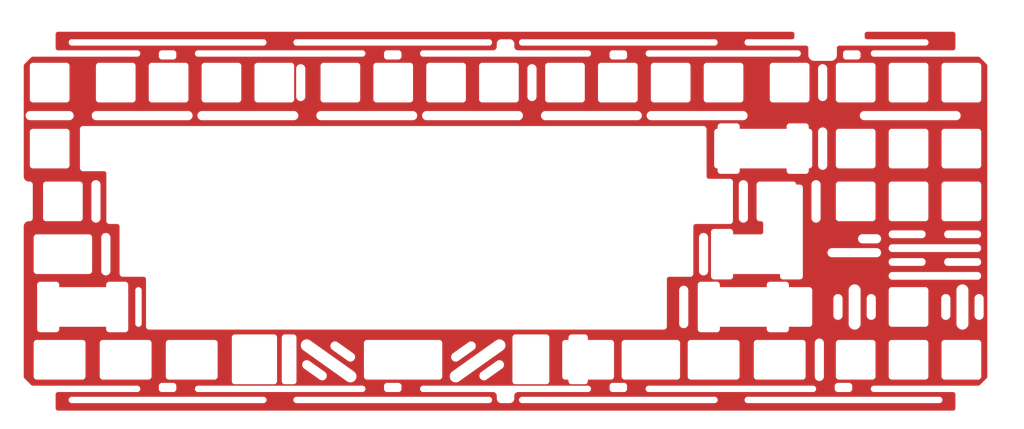
<source format=kicad_pcb>
(kicad_pcb (version 20210108) (generator pcbnew)
  (layers (0 "F.Cu" signal) (31 "B.Cu" signal) (34 "B.Paste" user) (35 "F.Paste" user) (36 "B.SilkS" user "B.Silkscreen") (37 "F.SilkS" user "F.Silkscreen") (38 "B.Mask" user) (39 "F.Mask" user) (44 "Edge.Cuts" user))
  (net 0 "")
  (gr_arc (start 38.8615 71.417149) (end 38.8615 70.417149) (angle -90) (layer "Edge.Cuts") (width 0.01))
  (gr_arc (start 157.514626 66.917148) (end 157.514626 67.917148) (angle -180) (layer "Edge.Cuts") (width 0.01))
  (gr_arc (start 317.464966 64.917149) (end 318.464966 64.917149) (angle -90) (layer "Edge.Cuts") (width 0.01))
  (gr_arc (start 191.211501 176.429167) (end 190.342363 175.206629) (angle -180) (layer "Edge.Cuts") (width 0.01))
  (gr_line (start 378.35525 161.379648) (end 378.35525 155.379648) (layer "Edge.Cuts") (width 0.01))
  (gr_arc (start 360.423999 114.279649) (end 361.423999 114.279649) (angle -90) (layer "Edge.Cuts") (width 0.01))
  (gr_line (start 300.798999 127.279649) (end 301.180256 127.279649) (layer "Edge.Cuts") (width 0.01))
  (gr_arc (start 348.624 132.102187) (end 348.624 130.902187) (angle -90) (layer "Edge.Cuts") (width 0.01))
  (gr_arc (start 157.514625 187.929648) (end 157.514625 188.929648) (angle -180) (layer "Edge.Cuts") (width 0.01))
  (gr_line (start 285.26842 167.341648) (end 279.61362 167.341648) (layer "Edge.Cuts") (width 0.01))
  (gr_arc (start 93.724001 71.417149) (end 94.724001 71.417149) (angle -90) (layer "Edge.Cuts") (width 0.01))
  (gr_arc (start 286.7711 93.267648) (end 286.7711 92.267648) (angle -90) (layer "Edge.Cuts") (width 0.01))
  (gr_line (start 367.474 170.429648) (end 379.474 170.429648) (layer "Edge.Cuts") (width 0.01))
  (gr_arc (start 207.667751 63.423399) (end 207.667751 61.923399) (angle -90) (layer "Edge.Cuts") (width 0.01))
  (gr_arc (start 52.8615 191.929648) (end 52.8615 190.929648) (angle -180) (layer "Edge.Cuts") (width 0.01))
  (gr_arc (start 274.698999 83.417149) (end 274.698999 84.417149) (angle -90) (layer "Edge.Cuts") (width 0.01))
  (gr_arc (start 210.667749 191.423398) (end 210.667749 192.923398) (angle -90) (layer "Edge.Cuts") (width 0.01))
  (gr_arc (start 379.224 147.202187) (end 379.224 148.402187) (angle -90) (layer "Edge.Cuts") (width 0.01))
  (gr_arc (start 147.711343 172.469456) (end 148.58048 171.246918) (angle -180) (layer "Edge.Cuts") (width 0.01))
  (gr_line (start 308.259619 146.629648) (end 308.259619 147.291648) (layer "Edge.Cuts") (width 0.01))
  (gr_arc (start 47.861501 59.917148) (end 47.861501 58.917148) (angle -55.16505643) (layer "Edge.Cuts") (width 0.01))
  (gr_arc (start 85.3615 186.929648) (end 85.3615 185.929648) (angle -90) (layer "Edge.Cuts") (width 0.01))
  (gr_line (start 86.86902 171.429648) (end 86.86902 183.429648) (layer "Edge.Cuts") (width 0.01))
  (gr_arc (start 348.624 132.202187) (end 347.424 132.202187) (angle -90) (layer "Edge.Cuts") (width 0.01))
  (gr_arc (start 334.992749 164.379648) (end 332.992749 164.379648) (angle -180) (layer "Edge.Cuts") (width 0.01))
  (gr_line (start 37.8615 95.229649) (end 37.8615 107.229649) (layer "Edge.Cuts") (width 0.01))
  (gr_line (start 310.647099 93.929649) (end 310.647099 93.267648) (layer "Edge.Cuts") (width 0.01))
  (gr_line (start 70.199 129.279649) (end 70.198999 146.329647) (layer "Edge.Cuts") (width 0.01))
  (gr_curve (pts (xy 371.388004 195.335352) (xy 371.441883 195.213969) (xy 371.474 195.07322) (xy 371.474 194.929648)) (layer "Edge.Cuts") (width 0.01))
  (gr_line (start 46.861501 59.917148) (end 46.861501 61.488363) (layer "Edge.Cuts") (width 0.01))
  (gr_arc (start 65.10276 145.329648) (end 63.60276 145.329648) (angle -180) (layer "Edge.Cuts") (width 0.01))
  (gr_line (start 203.167751 63.917148) (end 133.861501 63.917148) (layer "Edge.Cuts") (width 0.01))
  (gr_line (start 215.16775 190.929648) (end 284.473999 190.929648) (layer "Edge.Cuts") (width 0.01))
  (gr_arc (start 286.7711 109.191649) (end 285.7711 109.191649) (angle -90) (layer "Edge.Cuts") (width 0.01))
  (gr_line (start 85.3615 185.929648) (end 89.3615 185.929648) (layer "Edge.Cuts") (width 0.01))
  (gr_line (start 293.39275 126.279648) (end 293.392749 114.279648) (layer "Edge.Cuts") (width 0.01))
  (gr_arc (start 318.601899 108.528993) (end 318.592374 108.229144) (angle -88.18062807) (layer "Edge.Cuts") (width 0.01))
  (gr_line (start 126.665251 169.429648) (end 126.665251 185.129648) (layer "Edge.Cuts") (width 0.01))
  (gr_line (start 284.38362 148.291648) (end 290.03842 148.291648) (layer "Edge.Cuts") (width 0.01))
  (gr_arc (start 379.224 147.102187) (end 380.424 147.102187) (angle -90) (layer "Edge.Cuts") (width 0.01))
  (gr_arc (start 299.798999 183.429648) (end 298.798999 183.429648) (angle -90) (layer "Edge.Cuts") (width 0.01))
  (gr_line (start 382.974 71.331362) (end 382.974 183.515434) (layer "Edge.Cuts") (width 0.01))
  (gr_line (start 367.473999 113.279649) (end 379.474 113.279649) (layer "Edge.Cuts") (width 0.01))
  (gr_curve (pts (xy 313.39335 61.288771) (xy 313.438666 61.175562) (xy 313.464966 61.046526) (xy 313.464966 60.917149)) (layer "Edge.Cuts") (width 0.01))
  (gr_line (start 360.423999 108.229649) (end 348.424 108.229649) (layer "Edge.Cuts") (width 0.01))
  (gr_line (start 233.019099 186.129648) (end 237.673899 186.129648) (layer "Edge.Cuts") (width 0.01))
  (gr_line (start 292.36648 170.429648) (end 275.986499 170.429648) (layer "Edge.Cuts") (width 0.01))
  (gr_arc (start 236.599 83.417149) (end 236.599 84.417149) (angle -90) (layer "Edge.Cuts") (width 0.01))
  (gr_line (start 360.423999 127.279649) (end 348.424 127.279649) (layer "Edge.Cuts") (width 0.01))
  (gr_arc (start 162.686501 83.417149) (end 161.686501 83.417149) (angle -90) (layer "Edge.Cuts") (width 0.01))
  (gr_arc (start 359.224 142.102187) (end 360.424 142.102187) (angle -90) (layer "Edge.Cuts") (width 0.01))
  (gr_arc (start 81.724001 83.417149) (end 80.724001 83.417149) (angle -90) (layer "Edge.Cuts") (width 0.01))
  (gr_line (start 252.820875 66.917149) (end 252.820875 67.917149) (layer "Edge.Cuts") (width 0.01))
  (gr_line (start 208.12795 173.856699) (end 192.37035 185.059219) (layer "Edge.Cuts") (width 0.01))
  (gr_arc (start 212.7865 83.417149) (end 212.7865 84.417149) (angle -90) (layer "Edge.Cuts") (width 0.01))
  (gr_arc (start 196.781278 172.469456) (end 197.650415 173.691995) (angle -180.0000009) (layer "Edge.Cuts") (width 0.01))
  (gr_arc (start 89.361501 67.917148) (end 89.361501 68.917148) (angle -90) (layer "Edge.Cuts") (width 0.01))
  (gr_arc (start 37.3615 111.279649) (end 35.3615 111.279649) (angle -90) (layer "Edge.Cuts") (width 0.01))
  (gr_arc (start 379.224 132.102187) (end 380.424 132.102187) (angle -90) (layer "Edge.Cuts") (width 0.01))
  (gr_line (start 261.698999 87.823399) (end 294.749 87.823399) (layer "Edge.Cuts") (width 0.01))
  (gr_arc (start 360.424 95.229649) (end 361.424 95.229649) (angle -90) (layer "Edge.Cuts") (width 0.01))
  (gr_arc (start 203.167751 62.917148) (end 203.167751 63.917148) (angle -180) (layer "Edge.Cuts") (width 0.01))
  (gr_arc (start 170.514625 186.929648) (end 171.514625 186.929648) (angle -90) (layer "Edge.Cuts") (width 0.01))
  (gr_arc (start 93.724001 83.417149) (end 93.724001 84.417149) (angle -90) (layer "Edge.Cuts") (width 0.01))
  (gr_arc (start 55.624 126.279649) (end 55.624 127.279649) (angle -90) (layer "Edge.Cuts") (width 0.01))
  (gr_arc (start 233.019099 185.129648) (end 232.019099 185.129648) (angle -90) (layer "Edge.Cuts") (width 0.01))
  (gr_arc (start 284.38362 131.367647) (end 284.38362 130.367647) (angle -90) (layer "Edge.Cuts") (width 0.01))
  (gr_line (start 204.667751 188.929648) (end 179.514625 188.929648) (layer "Edge.Cuts") (width 0.01))
  (gr_arc (start 87.86902 183.429648) (end 86.86902 183.429648) (angle -90) (layer "Edge.Cuts") (width 0.01))
  (gr_line (start 75.674 71.417149) (end 75.674001 83.417149) (layer "Edge.Cuts") (width 0.01))
  (gr_arc (start 55.624 114.279649) (end 56.624 114.279649) (angle -90) (layer "Edge.Cuts") (width 0.01))
  (gr_arc (start 379.473999 183.429648) (end 379.473999 184.429648) (angle -90) (layer "Edge.Cuts") (width 0.01))
  (gr_line (start 326.773999 137.279648) (end 342.873999 137.279648) (layer "Edge.Cuts") (width 0.01))
  (gr_arc (start 331.974 67.917149) (end 330.974 67.917149) (angle -90) (layer "Edge.Cuts") (width 0.01))
  (gr_curve (pts (xy 47.0407 59.345934) (xy 46.999814 59.404684) (xy 46.962582 59.471915) (xy 46.933116 59.545526)) (layer "Edge.Cuts") (width 0.01))
  (gr_line (start 342.492749 155.379648) (end 342.492749 161.379648) (layer "Edge.Cuts") (width 0.01))
  (gr_line (start 281.461499 94.229649) (end 281.486499 111.279648) (layer "Edge.Cuts") (width 0.01))
  (gr_arc (start 341.373999 183.429648) (end 341.373999 184.429648) (angle -90) (layer "Edge.Cuts") (width 0.01))
  (gr_arc (start 348.424 164.379648) (end 347.424 164.379648) (angle -90) (layer "Edge.Cuts") (width 0.01))
  (gr_arc (start 89.361501 66.917148) (end 90.361501 66.917148) (angle -90) (layer "Edge.Cuts") (width 0.01))
  (gr_arc (start 40.24402 183.429648) (end 39.24402 183.429648) (angle -90) (layer "Edge.Cuts") (width 0.01))
  (gr_arc (start 291.33842 146.629648) (end 291.33842 146.329648) (angle -90) (layer "Edge.Cuts") (width 0.01))
  (gr_line (start 98.361501 65.917148) (end 157.514626 65.917148) (layer "Edge.Cuts") (width 0.01))
  (gr_line (start 55.624 127.279649) (end 43.624001 127.279649) (layer "Edge.Cuts") (width 0.01))
  (gr_line (start 43.624001 113.279649) (end 55.624 113.279649) (layer "Edge.Cuts") (width 0.01))
  (gr_arc (start 339.459611 59.917149) (end 339.459611 58.917149) (angle -55.16505643) (layer "Edge.Cuts") (width 0.01))
  (gr_line (start 40.24402 184.429648) (end 56.624 184.429648) (layer "Edge.Cuts") (width 0.01))
  (gr_arc (start 305.5615 71.417149) (end 305.5615 70.417149) (angle -90) (layer "Edge.Cuts") (width 0.01))
  (gr_line (start 339.459611 61.917149) (end 360.474 61.917149) (layer "Edge.Cuts") (width 0.01))
  (gr_arc (start 326.873999 138.779648) (end 326.773999 137.279648) (angle -172.3718503) (layer "Edge.Cuts") (width 0.01))
  (gr_arc (start 193.736501 83.417149) (end 193.736501 84.417149) (angle -90) (layer "Edge.Cuts") (width 0.01))
  (gr_arc (start 379.224 142.202187) (end 379.224 143.402187) (angle -90) (layer "Edge.Cuts") (width 0.01))
  (gr_arc (start 119.824001 71.417149) (end 119.824001 70.417149) (angle -90) (layer "Edge.Cuts") (width 0.01))
  (gr_arc (start 260.820874 187.929648) (end 260.820874 186.929648) (angle -180) (layer "Edge.Cuts") (width 0.01))
  (gr_arc (start 322.276489 171.429648) (end 323.77649 171.429648) (angle -180) (layer "Edge.Cuts") (width 0.01))
  (gr_line (start 51.8615 71.417149) (end 51.8615 83.417149) (layer "Edge.Cuts") (width 0.01))
  (gr_arc (start 143.093298 183.186359) (end 142.224161 184.408897) (angle -179.9999991) (layer "Edge.Cuts") (width 0.01))
  (gr_arc (start 62.674 83.417149) (end 61.674 83.417149) (angle -90) (layer "Edge.Cuts") (width 0.01))
  (gr_arc (start 215.167749 191.929648) (end 215.16775 190.929648) (angle -180) (layer "Edge.Cuts") (width 0.01))
  (gr_arc (start 56.9115 94.229649) (end 56.9115 93.229649) (angle -90) (layer "Edge.Cuts") (width 0.01))
  (gr_line (start 180.7365 83.417149) (end 180.736501 71.417149) (layer "Edge.Cuts") (width 0.01))
  (gr_arc (start 329.374 183.429648) (end 328.374 183.429648) (angle -90) (layer "Edge.Cuts") (width 0.01))
  (gr_arc (start 341.373999 171.429648) (end 342.373999 171.429648) (angle -90) (layer "Edge.Cuts") (width 0.01))
  (gr_line (start 60.00652 145.329648) (end 60.00652 133.329648) (layer "Edge.Cuts") (width 0.01))
  (gr_arc (start 85.361501 66.917148) (end 85.361501 65.917148) (angle -90) (layer "Edge.Cuts") (width 0.01))
  (gr_line (start 318.301899 108.528993) (end 318.301899 109.191649) (layer "Edge.Cuts") (width 0.01))
  (gr_line (start 51.8615 107.229649) (end 51.8615 95.229649) (layer "Edge.Cuts") (width 0.01))
  (gr_arc (start 112.774001 83.417149) (end 112.774001 84.417149) (angle -90) (layer "Edge.Cuts") (width 0.01))
  (gr_line (start 348.424 70.417149) (end 360.423999 70.417149) (layer "Edge.Cuts") (width 0.01))
  (gr_arc (start 37.3615 129.279648) (end 37.3615 127.279649) (angle -90) (layer "Edge.Cuts") (width 0.01))
  (gr_arc (start 61.53025 114.279649) (end 63.03025 114.279649) (angle -180) (layer "Edge.Cuts") (width 0.01))
  (gr_arc (start 296.474 62.917149) (end 296.474 61.917149) (angle -180) (layer "Edge.Cuts") (width 0.01))
  (gr_arc (start 121.8615 191.929648) (end 121.8615 192.929648) (angle -180) (layer "Edge.Cuts") (width 0.01))
  (gr_arc (start 294.89275 126.279648) (end 293.39275 126.279648) (angle -180) (layer "Edge.Cuts") (width 0.01))
  (gr_line (start 65.436501 127.279649) (end 65.436501 110.229649) (layer "Edge.Cuts") (width 0.01))
  (gr_line (start 47.143421 149.417647) (end 41.488621 149.417647) (layer "Edge.Cuts") (width 0.01))
  (gr_line (start 371.5615 90.823399) (end 338.511499 90.823399) (layer "Edge.Cuts") (width 0.01))
  (gr_arc (start 312.799 114.279648) (end 313.759945 114.002911) (angle -73.93440149) (layer "Edge.Cuts") (width 0.01))
  (gr_line (start 341.373999 184.429648) (end 329.374 184.429648) (layer "Edge.Cuts") (width 0.01))
  (gr_line (start 292.4259 110.191649) (end 286.7711 110.191649) (layer "Edge.Cuts") (width 0.01))
  (gr_line (start 337.773999 132.279648) (end 342.873999 132.279648) (layer "Edge.Cuts") (width 0.01))
  (gr_arc (start 251.820874 187.929648) (end 251.820874 188.929648) (angle -90) (layer "Edge.Cuts") (width 0.01))
  (gr_arc (start 179.514626 66.917148) (end 179.514626 65.917148) (angle -180) (layer "Edge.Cuts") (width 0.01))
  (gr_line (start 361.424 95.229649) (end 361.424 107.229649) (layer "Edge.Cuts") (width 0.01))
  (gr_line (start 213.667749 65.917149) (end 238.820875 65.917149) (layer "Edge.Cuts") (width 0.01))
  (gr_arc (start 367.474 126.279649) (end 366.473999 126.279649) (angle -90) (layer "Edge.Cuts") (width 0.01))
  (gr_arc (start 275.986499 183.429648) (end 274.986499 183.429648) (angle -90) (layer "Edge.Cuts") (width 0.01))
  (gr_arc (start 59.00652 133.329648) (end 60.00652 133.329648) (angle -90) (layer "Edge.Cuts") (width 0.01))
  (gr_arc (start 379.224 142.102187) (end 380.424 142.102187) (angle -90) (layer "Edge.Cuts") (width 0.01))
  (gr_arc (start 312.464966 59.917149) (end 313.285767 59.345934) (angle -55.16505643) (layer "Edge.Cuts") (width 0.01))
  (gr_line (start 348.424 151.379648) (end 360.424 151.379648) (layer "Edge.Cuts") (width 0.01))
  (gr_line (start 223.796499 186.129499) (end 212.796499 186.129499) (layer "Edge.Cuts") (width 0.01))
  (gr_arc (start 348.424 107.229649) (end 347.424 107.229649) (angle -90) (layer "Edge.Cuts") (width 0.01))
  (gr_line (start 301.187243 132.329648) (end 291.33092 132.329648) (layer "Edge.Cuts") (width 0.01))
  (gr_line (start 52.8615 190.929648) (end 121.861501 190.929648) (layer "Edge.Cuts") (width 0.01))
  (gr_arc (start 323.467313 107.229649) (end 321.967313 107.229649) (angle -180) (layer "Edge.Cuts") (width 0.01))
  (gr_line (start 366.474 107.229649) (end 366.474 95.229649) (layer "Edge.Cuts") (width 0.01))
  (gr_line (start 65.36462 165.679648) (end 65.36462 166.341648) (layer "Edge.Cuts") (width 0.01))
  (gr_line (start 299.798999 170.429648) (end 316.17898 170.429648) (layer "Edge.Cuts") (width 0.01))
  (gr_arc (start 275.699 146.329648) (end 275.699 147.329648) (angle -90) (layer "Edge.Cuts") (width 0.01))
  (gr_arc (start 50.8615 71.417149) (end 51.8615 71.417149) (angle -90) (layer "Edge.Cuts") (width 0.01))
  (gr_arc (start 370.474 194.929648) (end 370.474 195.929648) (angle -55.16505643) (layer "Edge.Cuts") (width 0.01))
  (gr_arc (start 137.523521 179.226648) (end 138.392658 178.004109) (angle -179.9999988) (layer "Edge.Cuts") (width 0.01))
  (gr_line (start 294.749 90.823399) (end 261.698999 90.823399) (layer "Edge.Cuts") (width 0.01))
  (gr_arc (start 204.667751 64.417149) (end 204.667751 65.917149) (angle -90) (layer "Edge.Cuts") (width 0.01))
  (gr_arc (start 133.861501 62.917148) (end 133.861501 61.917148) (angle -180) (layer "Edge.Cuts") (width 0.01))
  (gr_line (start 146.842206 173.691995) (end 152.411983 177.651706) (layer "Edge.Cuts") (width 0.01))
  (gr_line (start 311.444419 151.379648) (end 318.561499 151.379648) (layer "Edge.Cuts") (width 0.01))
  (gr_arc (start 318.601899 93.930304) (end 318.301899 93.930304) (angle -88.18062807) (layer "Edge.Cuts") (width 0.01))
  (gr_line (start 329.374 70.417149) (end 341.373999 70.417149) (layer "Edge.Cuts") (width 0.01))
  (gr_arc (start 247.820875 66.917149) (end 247.820875 65.917149) (angle -90) (layer "Edge.Cuts") (width 0.01))
  (gr_arc (start 155.636501 71.417149) (end 156.636501 71.417149) (angle -90) (layer "Edge.Cuts") (width 0.01))
  (gr_line (start 327.492749 161.379648) (end 327.492749 155.379648) (layer "Edge.Cuts") (width 0.01))
  (gr_line (start 194.736501 71.417149) (end 194.736501 83.417149) (layer "Edge.Cuts") (width 0.01))
  (gr_arc (start 100.774 71.417149) (end 100.774001 70.417149) (angle -90) (layer "Edge.Cuts") (width 0.01))
  (gr_line (start 223.598999 87.823399) (end 256.649 87.823399) (layer "Edge.Cuts") (width 0.01))
  (gr_arc (start 213.7865 89.323399) (end 213.7865 90.823399) (angle -180) (layer "Edge.Cuts") (width 0.01))
  (gr_arc (start 78.724001 148.329648) (end 79.724001 148.329648) (angle -90) (layer "Edge.Cuts") (width 0.01))
  (gr_arc (start 329.373999 114.279649) (end 329.373999 113.279649) (angle -90) (layer "Edge.Cuts") (width 0.01))
  (gr_curve (pts (xy 338.531227 59.545526) (xy 338.485911 59.658735) (xy 338.459611 59.787771) (xy 338.459611 59.917149)) (layer "Edge.Cuts") (width 0.01))
  (gr_arc (start 206.9691 172.226648) (end 208.12795 173.856699) (angle -180) (layer "Edge.Cuts") (width 0.01))
  (gr_line (start 37.624 113.279649) (end 37.3615 113.279649) (layer "Edge.Cuts") (width 0.01))
  (gr_line (start 38.624 126.279649) (end 38.624 114.279649) (layer "Edge.Cuts") (width 0.01))
  (gr_arc (start 311.444419 151.079648) (end 311.144419 151.079648) (angle -90) (layer "Edge.Cuts") (width 0.01))
  (gr_arc (start 119.824 83.417149) (end 118.824 83.417149) (angle -90) (layer "Edge.Cuts") (width 0.01))
  (gr_arc (start 379.474 83.417148) (end 379.474 84.417148) (angle -90) (layer "Edge.Cuts") (width 0.01))
  (gr_line (start 165.514625 187.929648) (end 165.514625 186.929648) (layer "Edge.Cuts") (width 0.01))
  (gr_arc (start 292.36648 183.429648) (end 292.366479 184.429648) (angle -90) (layer "Edge.Cuts") (width 0.01))
  (gr_arc (start 379.85525 161.379648) (end 378.35525 161.379648) (angle -180) (layer "Edge.Cuts") (width 0.01))
  (gr_arc (start 341.374 95.229649) (end 342.374 95.229649) (angle -90) (layer "Edge.Cuts") (width 0.01))
  (gr_line (start 90.3615 186.929648) (end 90.3615 187.929648) (layer "Edge.Cuts") (width 0.01))
  (gr_line (start 310.144419 167.341648) (end 304.489619 167.341648) (layer "Edge.Cuts") (width 0.01))
  (gr_arc (start 341.373999 107.229649) (end 341.373999 108.229649) (angle -90) (layer "Edge.Cuts") (width 0.01))
  (gr_line (start 366.474 83.417149) (end 366.474 71.417149) (layer "Edge.Cuts") (width 0.01))
  (gr_arc (start 348.624 137.202187) (end 347.424 137.202187) (angle -90) (layer "Edge.Cuts") (width 0.01))
  (gr_line (start 63.05652 183.429648) (end 63.05652 171.429648) (layer "Edge.Cuts") (width 0.01))
  (gr_line (start 74.674001 84.417149) (end 62.674001 84.417149) (layer "Edge.Cuts") (width 0.01))
  (gr_line (start 80.4365 184.429648) (end 64.05652 184.429648) (layer "Edge.Cuts") (width 0.01))
  (gr_line (start 341.373999 127.279649) (end 329.373999 127.279649) (layer "Edge.Cuts") (width 0.01))
  (gr_line (start 248.123999 183.429648) (end 248.123999 171.429648) (layer "Edge.Cuts") (width 0.01))
  (gr_line (start 252.173999 184.429648) (end 270.936499 184.429648) (layer "Edge.Cuts") (width 0.01))
  (gr_arc (start 260.820875 66.917149) (end 260.820875 65.917149) (angle -180) (layer "Edge.Cuts") (width 0.01))
  (gr_arc (start 310.144419 150.417647) (end 311.144419 150.417647) (angle -90) (layer "Edge.Cuts") (width 0.01))
  (gr_line (start 46.8615 193.358433) (end 46.8615 189.929648) (layer "Edge.Cuts") (width 0.01))
  (gr_line (start 157.514625 186.929648) (end 98.3615 186.929648) (layer "Edge.Cuts") (width 0.01))
  (gr_line (start 232.019099 184.929648) (end 232.019099 185.129648) (layer "Edge.Cuts") (width 0.01))
  (gr_arc (start 321.0865 114.279649) (end 322.5865 114.279649) (angle -180) (layer "Edge.Cuts") (width 0.01))
  (gr_arc (start 38.775714 68.917148) (end 38.775714 67.917148) (angle -45) (layer "Edge.Cuts") (width 0.01))
  (gr_arc (start 62.674001 71.417149) (end 62.674001 70.417149) (angle -90) (layer "Edge.Cuts") (width 0.01))
  (gr_arc (start 201.399323 183.186359) (end 200.530186 181.96382) (angle -180) (layer "Edge.Cuts") (width 0.01))
  (gr_arc (start 328.974 186.929648) (end 328.974 185.929648) (angle -90) (layer "Edge.Cuts") (width 0.01))
  (gr_arc (start 181.736501 83.417149) (end 180.7365 83.417149) (angle -90) (layer "Edge.Cuts") (width 0.01))
  (gr_arc (start 332.974 187.929648) (end 332.974 188.929648) (angle -90) (layer "Edge.Cuts") (width 0.01))
  (gr_line (start 65.06462 151.379648) (end 48.443421 151.379648) (layer "Edge.Cuts") (width 0.01))
  (gr_arc (start 223.796499 169.429499) (end 224.796499 169.429499) (angle -90) (layer "Edge.Cuts") (width 0.01))
  (gr_line (start 94.724001 71.417149) (end 94.724 83.417149) (layer "Edge.Cuts") (width 0.01))
  (gr_line (start 193.736501 84.417149) (end 181.736501 84.417149) (layer "Edge.Cuts") (width 0.01))
  (gr_curve (pts (xy 338.459611 60.917149) (xy 338.459611 61.046526) (xy 338.485911 61.175562) (xy 338.531227 61.288771)) (layer "Edge.Cuts") (width 0.01))
  (gr_line (start 368.624 140.902187) (end 379.224 140.902187) (layer "Edge.Cuts") (width 0.01))
  (gr_line (start 289.986499 112.279648) (end 282.4865 112.279649) (layer "Edge.Cuts") (width 0.01))
  (gr_arc (start 286.56842 151.079648) (end 286.26842 151.079648) (angle -90) (layer "Edge.Cuts") (width 0.01))
  (gr_arc (start 331.974 66.917149) (end 331.974 65.917149) (angle -90) (layer "Edge.Cuts") (width 0.01))
  (gr_line (start 61.674 87.823399) (end 94.724001 87.823399) (layer "Edge.Cuts") (width 0.01))
  (gr_arc (start 304.489619 166.341648) (end 303.489619 166.341648) (angle -90) (layer "Edge.Cuts") (width 0.01))
  (gr_arc (start 153.281121 183.429167) (end 152.122271 185.059219) (angle -180) (layer "Edge.Cuts") (width 0.01))
  (gr_line (start 380.424 142.102187) (end 380.424 142.202187) (layer "Edge.Cuts") (width 0.01))
  (gr_line (start 133.861501 61.917148) (end 203.167751 61.917148) (layer "Edge.Cuts") (width 0.01))
  (gr_arc (start 342.873999 138.779648) (end 342.873999 140.279648) (angle -180) (layer "Edge.Cuts") (width 0.01))
  (gr_line (start 170.514626 68.917149) (end 166.514626 68.917149) (layer "Edge.Cuts") (width 0.01))
  (gr_line (start 133.665251 169.429648) (end 133.665251 185.129648) (layer "Edge.Cuts") (width 0.01))
  (gr_line (start 232.019099 169.429647) (end 232.019099 169.929648) (layer "Edge.Cuts") (width 0.01))
  (gr_line (start 348.624 135.902187) (end 379.224 135.902187) (layer "Edge.Cuts") (width 0.01))
  (gr_line (start 40.488621 150.417647) (end 40.488621 166.341648) (layer "Edge.Cuts") (width 0.01))
  (gr_line (start 342.373999 114.279649) (end 342.373999 126.279649) (layer "Edge.Cuts") (width 0.01))
  (gr_line (start 312.464966 58.917149) (end 47.861501 58.917148) (layer "Edge.Cuts") (width 0.01))
  (gr_line (start 282.03756 133.329648) (end 282.03756 145.329648) (layer "Edge.Cuts") (width 0.01))
  (gr_line (start 99.774 83.417149) (end 99.774 71.417149) (layer "Edge.Cuts") (width 0.01))
  (gr_arc (start 293.7259 108.529648) (end 293.7259 108.229648) (angle -90) (layer "Edge.Cuts") (width 0.01))
  (gr_arc (start 233.019099 169.429647) (end 233.019099 168.429647) (angle -90) (layer "Edge.Cuts") (width 0.01))
  (gr_arc (start 121.861501 62.917148) (end 121.861501 63.917148) (angle -180) (layer "Edge.Cuts") (width 0.01))
  (gr_line (start 89.361501 68.917148) (end 85.361501 68.917148) (layer "Edge.Cuts") (width 0.01))
  (gr_arc (start 51.8615 89.323399) (end 51.8615 90.823399) (angle -180) (layer "Edge.Cuts") (width 0.01))
  (gr_arc (start 285.26842 166.341648) (end 285.26842 167.341648) (angle -90) (layer "Edge.Cuts") (width 0.01))
  (gr_arc (start 206.9691 179.226648) (end 207.838237 180.449186) (angle -180) (layer "Edge.Cuts") (width 0.01))
  (gr_arc (start 111.665251 169.429648) (end 111.665251 168.429648) (angle -90) (layer "Edge.Cuts") (width 0.01))
  (gr_arc (start 359.224 142.202187) (end 359.224 143.402187) (angle -90) (layer "Edge.Cuts") (width 0.01))
  (gr_line (start 165.514626 67.917149) (end 165.514626 66.917149) (layer "Edge.Cuts") (width 0.01))
  (gr_arc (start 321.0865 126.279649) (end 319.5865 126.279649) (angle -180) (layer "Edge.Cuts") (width 0.01))
  (gr_line (start 38.8615 70.417149) (end 50.8615 70.417149) (layer "Edge.Cuts") (width 0.01))
  (gr_line (start 77.87171 152.379648) (end 77.87171 164.379648) (layer "Edge.Cuts") (width 0.01))
  (gr_arc (start 367.473999 107.229649) (end 366.474 107.229649) (angle -90) (layer "Edge.Cuts") (width 0.01))
  (gr_arc (start 334.992749 152.379648) (end 336.992749 152.379648) (angle -180) (layer "Edge.Cuts") (width 0.01))
  (gr_line (start 166.514625 185.929648) (end 170.514625 185.929648) (layer "Edge.Cuts") (width 0.01))
  (gr_arc (start 37.8615 89.323399) (end 37.8615 87.823399) (angle -180) (layer "Edge.Cuts") (width 0.01))
  (gr_arc (start 341.373999 114.279649) (end 342.373999 114.279649) (angle -90) (layer "Edge.Cuts") (width 0.01))
  (gr_arc (start 360.474 62.917149) (end 360.474 63.917149) (angle -180) (layer "Edge.Cuts") (width 0.01))
  (gr_line (start 207.838237 180.449186) (end 202.26846 184.408897) (layer "Edge.Cuts") (width 0.01))
  (gr_line (start 370.474 58.917149) (end 339.459611 58.917149) (layer "Edge.Cuts") (width 0.01))
  (gr_line (start 360.423999 184.429648) (end 348.423999 184.429648) (layer "Edge.Cuts") (width 0.01))
  (gr_arc (start 275.986499 171.429648) (end 275.986499 170.429648) (angle -90) (layer "Edge.Cuts") (width 0.01))
  (gr_line (start 286.26842 165.679648) (end 286.26842 166.341648) (layer "Edge.Cuts") (width 0.01))
  (gr_line (start 38.8615 108.229649) (end 50.8615 108.229649) (layer "Edge.Cuts") (width 0.01))
  (gr_arc (start 38.8615 95.229649) (end 38.8615 94.229649) (angle -90) (layer "Edge.Cuts") (width 0.01))
  (gr_arc (start 293.748999 71.417149) (end 294.748999 71.417149) (angle -90) (layer "Edge.Cuts") (width 0.01))
  (gr_arc (start 50.8615 83.417149) (end 50.8615 84.417149) (angle -90) (layer "Edge.Cuts") (width 0.01))
  (gr_arc (start 289.986499 127.279648) (end 289.986499 128.279649) (angle -90) (layer "Edge.Cuts") (width 0.01))
  (gr_arc (start 251.820875 67.917149) (end 251.820875 68.917149) (angle -90) (layer "Edge.Cuts") (width 0.01))
  (gr_arc (start 213.667749 190.429648) (end 213.667749 188.929648) (angle -90) (layer "Edge.Cuts") (width 0.01))
  (gr_line (start 370.474 195.929648) (end 47.8615 195.929648) (layer "Edge.Cuts") (width 0.01))
  (gr_line (start 309.259619 148.291648) (end 315.180122 148.291648) (layer "Edge.Cuts") (width 0.01))
  (gr_arc (start 341.974 187.929648) (end 341.974 186.929648) (angle -180) (layer "Edge.Cuts") (width 0.01))
  (gr_line (start 281.749 70.417149) (end 293.748999 70.417149) (layer "Edge.Cuts") (width 0.01))
  (gr_line (start 132.824001 71.417149) (end 132.824001 83.417149) (layer "Edge.Cuts") (width 0.01))
  (gr_arc (start 314.464966 66.917149) (end 314.464966 67.917149) (angle -180) (layer "Edge.Cuts") (width 0.01))
  (gr_line (start 261.699 83.417149) (end 261.699 71.417149) (layer "Edge.Cuts") (width 0.01))
  (gr_arc (start 281.749 71.417149) (end 281.749 70.417149) (angle -90) (layer "Edge.Cuts") (width 0.01))
  (gr_curve (pts (xy 46.933116 195.30127) (xy 46.962582 195.374881) (xy 46.999814 195.442112) (xy 47.0407 195.500862)) (layer "Edge.Cuts") (width 0.01))
  (gr_arc (start 129.665251 169.429648) (end 129.665251 168.429648) (angle -90) (layer "Edge.Cuts") (width 0.01))
  (gr_line (start 200.786501 70.417149) (end 212.7865 70.417149) (layer "Edge.Cuts") (width 0.01))
  (gr_arc (start 367.474 171.429648) (end 367.474 170.429648) (angle -90) (layer "Edge.Cuts") (width 0.01))
  (gr_line (start 142.6365 87.823399) (end 175.686501 87.823399) (layer "Edge.Cuts") (width 0.01))
  (gr_arc (start 379.474 171.429648) (end 380.474 171.429648) (angle -90) (layer "Edge.Cuts") (width 0.01))
  (gr_line (start 342.373999 71.417149) (end 342.373999 83.417149) (layer "Edge.Cuts") (width 0.01))
  (gr_arc (start 48.443421 165.679648) (end 48.443421 165.379648) (angle -90) (layer "Edge.Cuts") (width 0.01))
  (gr_line (start 69.199 128.279649) (end 66.436501 128.279649) (layer "Edge.Cuts") (width 0.01))
  (gr_arc (start 38.861501 83.417149) (end 37.8615 83.417149) (angle -90) (layer "Edge.Cuts") (width 0.01))
  (gr_line (start 237.599 71.417149) (end 237.599 83.417149) (layer "Edge.Cuts") (width 0.01))
  (gr_arc (start 132.665251 185.129648) (end 132.665251 186.129648) (angle -90) (layer "Edge.Cuts") (width 0.01))
  (gr_line (start 380.424 137.102187) (end 380.424 137.202187) (layer "Edge.Cuts") (width 0.01))
  (gr_line (start 360.474 63.917149) (end 329.459611 63.917149) (layer "Edge.Cuts") (width 0.01))
  (gr_arc (start 329.374 171.429648) (end 329.374 170.429648) (angle -90) (layer "Edge.Cuts") (width 0.01))
  (gr_line (start 185.211501 184.429167) (end 159.281121 184.429167) (layer "Edge.Cuts") (width 0.01))
  (gr_arc (start 335.974 66.917149) (end 336.974 66.917149) (angle -90) (layer "Edge.Cuts") (width 0.01))
  (gr_line (start 380.474 171.429648) (end 380.474 183.429648) (layer "Edge.Cuts") (width 0.01))
  (gr_line (start 275.699 147.329648) (end 268.174 147.329649) (layer "Edge.Cuts") (width 0.01))
  (gr_arc (start 98.361501 66.917148) (end 98.361501 65.917148) (angle -180) (layer "Edge.Cuts") (width 0.01))
  (gr_arc (start 284.38362 147.291648) (end 283.38362 147.291648) (angle -90) (layer "Edge.Cuts") (width 0.01))
  (gr_arc (start 367.473999 83.417149) (end 366.474 83.417149) (angle -90) (layer "Edge.Cuts") (width 0.01))
  (gr_arc (start 65.06462 151.079648) (end 65.06462 151.379648) (angle -90) (layer "Edge.Cuts") (width 0.01))
  (gr_arc (start 135.349 82.417149) (end 133.849 82.417149) (angle -180) (layer "Edge.Cuts") (width 0.01))
  (gr_arc (start 368.624 142.102187) (end 368.624 140.902187) (angle -90) (layer "Edge.Cuts") (width 0.01))
  (gr_arc (start 204.667751 190.429648) (end 206.167751 190.429648) (angle -90) (layer "Edge.Cuts") (width 0.01))
  (gr_line (start 331.974 65.917149) (end 335.974 65.917149) (layer "Edge.Cuts") (width 0.01))
  (gr_arc (start 379.559786 68.917149) (end 380.266893 68.210042) (angle -45) (layer "Edge.Cuts") (width 0.01))
  (gr_line (start 318.561499 71.417149) (end 318.561499 83.417149) (layer "Edge.Cuts") (width 0.01))
  (gr_line (start 313.464966 60.917149) (end 313.464966 59.917149) (layer "Edge.Cuts") (width 0.01))
  (gr_line (start 303.489619 151.079648) (end 303.489619 150.417647) (layer "Edge.Cuts") (width 0.01))
  (gr_arc (start 47.861501 64.917148) (end 46.861501 64.917148) (angle -90) (layer "Edge.Cuts") (width 0.01))
  (gr_line (start 328.974 185.929648) (end 332.974 185.929648) (layer "Edge.Cuts") (width 0.01))
  (gr_line (start 328.373999 126.279649) (end 328.374 114.279649) (layer "Edge.Cuts") (width 0.01))
  (gr_line (start 89.3615 188.929648) (end 85.3615 188.929648) (layer "Edge.Cuts") (width 0.01))
  (gr_arc (start 43.624 114.279649) (end 43.624001 113.279649) (angle -90) (layer "Edge.Cuts") (width 0.01))
  (gr_arc (start 284.474 62.917149) (end 284.474 63.917149) (angle -180) (layer "Edge.Cuts") (width 0.01))
  (gr_line (start 293.36648 183.429648) (end 293.36648 171.429648) (layer "Edge.Cuts") (width 0.01))
  (gr_line (start 276.698999 129.279649) (end 276.699 146.329648) (layer "Edge.Cuts") (width 0.01))
  (gr_arc (start 255.649 83.417149) (end 255.649 84.417149) (angle -90) (layer "Edge.Cuts") (width 0.01))
  (gr_arc (start 247.820874 186.929648) (end 247.820874 185.929648) (angle -90) (layer "Edge.Cuts") (width 0.01))
  (gr_line (start 324.967749 72.417149) (end 324.967749 82.417149) (layer "Edge.Cuts") (width 0.01))
  (gr_line (start 311.144419 165.679648) (end 311.144419 166.341648) (layer "Edge.Cuts") (width 0.01))
  (gr_line (start 321.967749 82.417149) (end 321.967749 72.417149) (layer "Edge.Cuts") (width 0.01))
  (gr_arc (start 379.224 137.202187) (end 379.224 138.402187) (angle -90) (layer "Edge.Cuts") (width 0.01))
  (gr_line (start 237.673899 168.429647) (end 233.019099 168.429647) (layer "Edge.Cuts") (width 0.01))
  (gr_arc (start 87.86902 171.429648) (end 87.86902 170.429648) (angle -90) (layer "Edge.Cuts") (width 0.01))
  (gr_line (start 360.424 132.102187) (end 360.424 132.202187) (layer "Edge.Cuts") (width 0.01))
  (gr_line (start 317.301899 110.191649) (end 311.647099 110.191649) (layer "Edge.Cuts") (width 0.01))
  (gr_arc (start 379.473999 107.229649) (end 379.473999 108.229649) (angle -90) (layer "Edge.Cuts") (width 0.01))
  (gr_arc (start 367.474 95.229649) (end 367.474 94.229649) (angle -90) (layer "Edge.Cuts") (width 0.01))
  (gr_line (start 48.143421 151.079648) (end 48.143421 150.417647) (layer "Edge.Cuts") (width 0.01))
  (gr_curve (pts (xy 313.39335 59.545526) (xy 313.363884 59.471915) (xy 313.326653 59.404684) (xy 313.285767 59.345934)) (layer "Edge.Cuts") (width 0.01))
  (gr_line (start 48.143421 166.341648) (end 48.143421 165.679648) (layer "Edge.Cuts") (width 0.01))
  (gr_line (start 369.35525 155.379648) (end 369.35525 161.379648) (layer "Edge.Cuts") (width 0.01))
  (gr_arc (start 348.423999 183.429648) (end 347.423999 183.429648) (angle -90) (layer "Edge.Cuts") (width 0.01))
  (gr_arc (start 332.973999 186.929648) (end 333.974 186.929648) (angle -90) (layer "Edge.Cuts") (width 0.01))
  (gr_line (start 210.667749 192.923398) (end 207.667751 192.923398) (layer "Edge.Cuts") (width 0.01))
  (gr_line (start 35.654394 184.222541) (end 38.068607 186.636754) (layer "Edge.Cuts") (width 0.01))
  (gr_arc (start 379.474 71.417149) (end 380.474 71.417149) (angle -90) (layer "Edge.Cuts") (width 0.01))
  (gr_line (start 361.423999 114.279649) (end 361.423999 126.279649) (layer "Edge.Cuts") (width 0.01))
  (gr_arc (start 142.6365 89.323399) (end 142.6365 87.823399) (angle -180) (layer "Edge.Cuts") (width 0.01))
  (gr_arc (start 200.786501 71.417149) (end 200.786501 70.417149) (angle -90) (layer "Edge.Cuts") (width 0.01))
  (gr_arc (start 289.986499 113.279648) (end 290.986499 113.279648) (angle -90) (layer "Edge.Cuts") (width 0.01))
  (gr_line (start 224.796499 169.429499) (end 224.796499 185.129499) (layer "Edge.Cuts") (width 0.01))
  (gr_line (start 283.38362 131.367647) (end 283.38362 147.291648) (layer "Edge.Cuts") (width 0.01))
  (gr_line (start 133.849 82.417149) (end 133.849 72.417149) (layer "Edge.Cuts") (width 0.01))
  (gr_line (start 291.33842 146.329648) (end 307.959619 146.329648) (layer "Edge.Cuts") (width 0.01))
  (gr_arc (start 318.561499 152.379648) (end 319.561499 152.379648) (angle -90) (layer "Edge.Cuts") (width 0.01))
  (gr_arc (start 291.33092 132.029648) (end 291.03092 132.029648) (angle -90) (layer "Edge.Cuts") (width 0.01))
  (gr_line (start 37.8615 87.823399) (end 51.8615 87.823399) (layer "Edge.Cuts") (width 0.01))
  (gr_arc (start 237.673899 169.429647) (end 238.673899 169.429647) (angle -90) (layer "Edge.Cuts") (width 0.01))
  (gr_arc (start 239.173899 184.929648) (end 239.173899 184.429648) (angle -90) (layer "Edge.Cuts") (width 0.01))
  (gr_arc (start 132.824001 89.323399) (end 132.824001 90.823399) (angle -180) (layer "Edge.Cuts") (width 0.01))
  (gr_arc (start 279.61362 166.341648) (end 278.61362 166.341648) (angle -90) (layer "Edge.Cuts") (width 0.01))
  (gr_arc (start 309.259619 147.291648) (end 308.259619 147.291648) (angle -90) (layer "Edge.Cuts") (width 0.01))
  (gr_line (start 217.19275 82.417149) (end 217.19275 72.417149) (layer "Edge.Cuts") (width 0.01))
  (gr_arc (start 155.636501 83.417149) (end 155.636501 84.417149) (angle -90) (layer "Edge.Cuts") (width 0.01))
  (gr_line (start 143.636501 70.417149) (end 155.636501 70.417149) (layer "Edge.Cuts") (width 0.01))
  (gr_line (start 80.724001 83.417149) (end 80.724001 71.417149) (layer "Edge.Cuts") (width 0.01))
  (gr_arc (start 71.199 146.329647) (end 70.198999 146.329647) (angle -90) (layer "Edge.Cuts") (width 0.01))
  (gr_arc (start 322.276489 183.429648) (end 320.776489 183.429648) (angle -180) (layer "Edge.Cuts") (width 0.01))
  (gr_arc (start 153.281121 176.429167) (end 152.411983 177.651706) (angle -179.9999988) (layer "Edge.Cuts") (width 0.01))
  (gr_line (start 275.986499 184.429648) (end 292.366479 184.429648) (layer "Edge.Cuts") (width 0.01))
  (gr_arc (start 132.665251 169.429648) (end 133.665251 169.429648) (angle -90) (layer "Edge.Cuts") (width 0.01))
  (gr_arc (start 340.992749 161.379648) (end 339.492749 161.379648) (angle -180) (layer "Edge.Cuts") (width 0.01))
  (gr_arc (start 285.4711 108.528993) (end 285.7711 108.528993) (angle -88.18062807) (layer "Edge.Cuts") (width 0.01))
  (gr_line (start 274.698999 84.417149) (end 262.699 84.417149) (layer "Edge.Cuts") (width 0.01))
  (gr_arc (start 290.03842 147.291648) (end 290.03842 148.291648) (angle -90) (layer "Edge.Cuts") (width 0.01))
  (gr_arc (start 236.599 71.417149) (end 237.599 71.417149) (angle -90) (layer "Edge.Cuts") (width 0.01))
  (gr_arc (start 379.473999 126.279649) (end 379.473999 127.279649) (angle -90) (layer "Edge.Cuts") (width 0.01))
  (gr_arc (start 285.512373 95.229649) (end 285.480625 94.230153) (angle -88.18062807) (layer "Edge.Cuts") (width 0.01))
  (gr_arc (start 317.561499 71.417149) (end 318.561499 71.417149) (angle -90) (layer "Edge.Cuts") (width 0.01))
  (gr_arc (start 379.85525 155.379648) (end 381.35525 155.379648) (angle -180) (layer "Edge.Cuts") (width 0.01))
  (gr_arc (start 280.53756 133.329648) (end 282.03756 133.329648) (angle -180) (layer "Edge.Cuts") (width 0.01))
  (gr_arc (start 290.03092 131.367647) (end 291.03092 131.367647) (angle -90) (layer "Edge.Cuts") (width 0.01))
  (gr_arc (start 360.424 152.379648) (end 361.424 152.379648) (angle -90) (layer "Edge.Cuts") (width 0.01))
  (gr_line (start 260.820875 67.917149) (end 314.464966 67.917149) (layer "Edge.Cuts") (width 0.01))
  (gr_arc (start 193.736501 71.417149) (end 194.736501 71.417149) (angle -90) (layer "Edge.Cuts") (width 0.01))
  (gr_arc (start 281.749 83.417149) (end 280.749 83.417149) (angle -90) (layer "Edge.Cuts") (width 0.01))
  (gr_arc (start 166.514626 67.917149) (end 165.514626 67.917149) (angle -90) (layer "Edge.Cuts") (width 0.01))
  (gr_line (start 329.373999 113.279649) (end 341.373999 113.279649) (layer "Edge.Cuts") (width 0.01))
  (gr_arc (start 125.665251 185.129648) (end 125.665251 186.129648) (angle -90) (layer "Edge.Cuts") (width 0.01))
  (gr_line (start 332.992749 164.379648) (end 332.992749 152.379648) (layer "Edge.Cuts") (width 0.01))
  (gr_line (start 322.5865 114.279649) (end 322.5865 126.279649) (layer "Edge.Cuts") (width 0.01))
  (gr_arc (start 185.211501 183.429167) (end 185.211501 184.429167) (angle -90) (layer "Edge.Cuts") (width 0.01))
  (gr_line (start 125.665251 186.129648) (end 111.665251 186.129648) (layer "Edge.Cuts") (width 0.01))
  (gr_arc (start 326.459611 67.417149) (end 326.459611 69.417149) (angle -90) (layer "Edge.Cuts") (width 0.01))
  (gr_line (start 380.424 147.102187) (end 380.424 147.202187) (layer "Edge.Cuts") (width 0.01))
  (gr_line (start 175.686501 90.823399) (end 142.6365 90.823399) (layer "Edge.Cuts") (width 0.01))
  (gr_arc (start 359.224 132.202187) (end 359.224 133.402187) (angle -90) (layer "Edge.Cuts") (width 0.01))
  (gr_arc (start 47.8615 194.929648) (end 47.0407 195.500862) (angle -55.16505643) (layer "Edge.Cuts") (width 0.01))
  (gr_line (start 48.443421 165.379648) (end 65.06462 165.379648) (layer "Edge.Cuts") (width 0.01))
  (gr_line (start 359.224 133.402187) (end 348.624 133.402187) (layer "Edge.Cuts") (width 0.01))
  (gr_line (start 342.873999 135.279648) (end 337.773999 135.279648) (layer "Edge.Cuts") (width 0.01))
  (gr_line (start 319.560626 95.229649) (end 319.560626 107.229649) (layer "Edge.Cuts") (width 0.01))
  (gr_line (start 342.374 95.229649) (end 342.373999 107.229649) (layer "Edge.Cuts") (width 0.01))
  (gr_curve (pts (xy 46.933116 59.545526) (xy 46.8878 59.658735) (xy 46.861501 59.787771) (xy 46.861501 59.917148)) (layer "Edge.Cuts") (width 0.01))
  (gr_line (start 342.873999 140.279648) (end 326.773999 140.279648) (layer "Edge.Cuts") (width 0.01))
  (gr_arc (start 72.01942 150.417647) (end 73.01942 150.417647) (angle -90) (layer "Edge.Cuts") (width 0.01))
  (gr_arc (start 305.5615 83.417149) (end 304.5615 83.417149) (angle -90) (layer "Edge.Cuts") (width 0.01))
  (gr_arc (start 296.474 191.929648) (end 296.474 190.929648) (angle -180) (layer "Edge.Cuts") (width 0.01))
  (gr_arc (start 274.698999 71.417149) (end 275.698999 71.417149) (angle -90) (layer "Edge.Cuts") (width 0.01))
  (gr_arc (start 328.992749 161.379648) (end 327.492749 161.379648) (angle -180) (layer "Edge.Cuts") (width 0.01))
  (gr_line (start 348.423999 94.229649) (end 360.424 94.229649) (layer "Edge.Cuts") (width 0.01))
  (gr_line (start 320.464966 69.417149) (end 326.459611 69.417149) (layer "Edge.Cuts") (width 0.01))
  (gr_line (start 375.85525 152.379648) (end 375.85525 164.379648) (layer "Edge.Cuts") (width 0.01))
  (gr_line (start 379.473999 108.229649) (end 367.473999 108.229649) (layer "Edge.Cuts") (width 0.01))
  (gr_line (start 213.7865 71.417149) (end 213.7865 83.417149) (layer "Edge.Cuts") (width 0.01))
  (gr_arc (start 135.349 72.417149) (end 136.849 72.417149) (angle -180) (layer "Edge.Cuts") (width 0.01))
  (gr_arc (start 231.519099 184.929648) (end 232.019099 184.929648) (angle -90) (layer "Edge.Cuts") (width 0.01))
  (gr_line (start 296.474 190.929648) (end 365.473999 190.929648) (layer "Edge.Cuts") (width 0.01))
  (gr_arc (start 319.974 187.929648) (end 319.974 188.929648) (angle -180) (layer "Edge.Cuts") (width 0.01))
  (gr_arc (start 379.224 132.202187) (end 379.224 133.402187) (angle -90) (layer "Edge.Cuts") (width 0.01))
  (gr_line (start 379.224 138.402187) (end 348.624 138.402187) (layer "Edge.Cuts") (width 0.01))
  (gr_line (start 332.974 188.929648) (end 328.974 188.929648) (layer "Edge.Cuts") (width 0.01))
  (gr_arc (start 143.636501 83.417149) (end 142.636501 83.417149) (angle -90) (layer "Edge.Cuts") (width 0.01))
  (gr_arc (start 247.123999 183.429648) (end 247.123999 184.429648) (angle -90) (layer "Edge.Cuts") (width 0.01))
  (gr_arc (start 50.8615 107.229649) (end 50.8615 108.229649) (angle -90) (layer "Edge.Cuts") (width 0.01))
  (gr_line (start 85.361501 65.917148) (end 89.361501 65.917148) (layer "Edge.Cuts") (width 0.01))
  (gr_arc (start 292.36648 171.429648) (end 293.36648 171.429648) (angle -90) (layer "Edge.Cuts") (width 0.01))
  (gr_arc (start 341.974 66.917149) (end 341.974 65.917149) (angle -180) (layer "Edge.Cuts") (width 0.01))
  (gr_line (start 242.648999 83.417149) (end 242.649 71.417149) (layer "Edge.Cuts") (width 0.01))
  (gr_arc (start 359.224 132.102187) (end 360.424 132.102187) (angle -90) (layer "Edge.Cuts") (width 0.01))
  (gr_line (start 318.561499 165.379648) (end 311.444419 165.379648) (layer "Edge.Cuts") (width 0.01))
  (gr_arc (start 292.4259 109.191649) (end 292.4259 110.191649) (angle -90) (layer "Edge.Cuts") (width 0.01))
  (gr_arc (start 307.959619 146.629648) (end 308.259619 146.629648) (angle -90) (layer "Edge.Cuts") (width 0.01))
  (gr_line (start 336.974 66.917149) (end 336.974 67.917149) (layer "Edge.Cuts") (width 0.01))
  (gr_arc (start 285.4711 93.930304) (end 285.480625 94.230153) (angle -88.18062807) (layer "Edge.Cuts") (width 0.01))
  (gr_line (start 52.861501 61.917148) (end 121.861501 61.917148) (layer "Edge.Cuts") (width 0.01))
  (gr_arc (start 285.512373 107.229649) (end 284.512373 107.229649) (angle -88.18062807) (layer "Edge.Cuts") (width 0.01))
  (gr_arc (start 323.467313 95.229649) (end 324.967313 95.229649) (angle -180) (layer "Edge.Cuts") (width 0.01))
  (gr_line (start 211.796499 185.129499) (end 211.796499 169.429499) (layer "Edge.Cuts") (width 0.01))
  (gr_line (start 348.624 140.902187) (end 359.224 140.902187) (layer "Edge.Cuts") (width 0.01))
  (gr_line (start 51.8615 90.823399) (end 37.8615 90.823399) (layer "Edge.Cuts") (width 0.01))
  (gr_arc (start 368.624 142.202187) (end 367.424 142.202187) (angle -90) (layer "Edge.Cuts") (width 0.01))
  (gr_arc (start 94.724001 89.323399) (end 94.724001 90.823399) (angle -180) (layer "Edge.Cuts") (width 0.01))
  (gr_line (start 87.86902 184.429648) (end 104.249 184.429648) (layer "Edge.Cuts") (width 0.01))
  (gr_line (start 319.974 188.929648) (end 260.820874 188.929648) (layer "Edge.Cuts") (width 0.01))
  (gr_arc (start 379.474 95.229649) (end 380.474 95.229649) (angle -90) (layer "Edge.Cuts") (width 0.01))
  (gr_arc (start 348.424 126.279649) (end 347.424 126.279649) (angle -90) (layer "Edge.Cuts") (width 0.01))
  (gr_arc (start 348.624 147.202187) (end 347.424 147.202187) (angle -90) (layer "Edge.Cuts") (width 0.01))
  (gr_line (start 339.492749 161.379648) (end 339.492749 155.379648) (layer "Edge.Cuts") (width 0.01))
  (gr_line (start 251.820874 188.929648) (end 247.820874 188.929648) (layer "Edge.Cuts") (width 0.01))
  (gr_arc (start 47.8615 189.929648) (end 47.8615 188.929648) (angle -90) (layer "Edge.Cuts") (width 0.01))
  (gr_arc (start 100.774 83.417149) (end 99.774 83.417149) (angle -90) (layer "Edge.Cuts") (width 0.01))
  (gr_line (start 304.489619 149.417647) (end 310.144419 149.417647) (layer "Edge.Cuts") (width 0.01))
  (gr_line (start 361.424 152.379648) (end 361.423999 164.379648) (layer "Edge.Cuts") (width 0.01))
  (gr_arc (start 66.36462 166.341648) (end 65.36462 166.341648) (angle -90) (layer "Edge.Cuts") (width 0.01))
  (gr_line (start 335.974 68.917149) (end 331.974 68.917149) (layer "Edge.Cuts") (width 0.01))
  (gr_curve (pts (xy 338.63881 59.345934) (xy 338.597924 59.404684) (xy 338.560693 59.471915) (xy 338.531227 59.545526)) (layer "Edge.Cuts") (width 0.01))
  (gr_line (start 371.474 59.917149) (end 371.474 61.488363) (layer "Edge.Cuts") (width 0.01))
  (gr_line (start 38.775714 67.917148) (end 76.361501 67.917148) (layer "Edge.Cuts") (width 0.01))
  (gr_arc (start 243.649 71.417149) (end 243.649 70.417149) (angle -90) (layer "Edge.Cuts") (width 0.01))
  (gr_arc (start 56.9115 108.229649) (end 55.9115 108.229649) (angle -90) (layer "Edge.Cuts") (width 0.01))
  (gr_arc (start 80.724001 165.379648) (end 79.724 165.379648) (angle -90) (layer "Edge.Cuts") (width 0.01))
  (gr_arc (start 238.820874 187.929648) (end 238.820874 188.929648) (angle -180) (layer "Edge.Cuts") (width 0.01))
  (gr_curve (pts (xy 46.8615 194.929648) (xy 46.8615 195.059025) (xy 46.8878 195.188061) (xy 46.933116 195.30127)) (layer "Edge.Cuts") (width 0.01))
  (gr_arc (start 174.686501 71.417149) (end 175.686501 71.417149) (angle -90) (layer "Edge.Cuts") (width 0.01))
  (gr_arc (start 370.474 189.929648) (end 371.474 189.929648) (angle -90) (layer "Edge.Cuts") (width 0.01))
  (gr_line (start 329.374 170.429648) (end 341.373999 170.429648) (layer "Edge.Cuts") (width 0.01))
  (gr_line (start 293.7259 94.229649) (end 310.347099 94.229649) (layer "Edge.Cuts") (width 0.01))
  (gr_arc (start 311.444419 165.679648) (end 311.444419 165.379648) (angle -90) (layer "Edge.Cuts") (width 0.01))
  (gr_arc (start 85.361501 67.917148) (end 84.361501 67.917148) (angle -90) (layer "Edge.Cuts") (width 0.01))
  (gr_line (start 100.774001 70.417149) (end 112.774001 70.417149) (layer "Edge.Cuts") (width 0.01))
  (gr_line (start 72.01942 149.417647) (end 66.36462 149.417647) (layer "Edge.Cuts") (width 0.01))
  (gr_line (start 366.474 183.429648) (end 366.473999 171.429648) (layer "Edge.Cuts") (width 0.01))
  (gr_arc (start 50.8615 95.229649) (end 51.8615 95.229649) (angle -90) (layer "Edge.Cuts") (width 0.01))
  (gr_arc (start 365.474 191.929648) (end 365.474 192.929648) (angle -180) (layer "Edge.Cuts") (width 0.01))
  (gr_line (start 41.488621 167.341648) (end 47.143421 167.341648) (layer "Edge.Cuts") (width 0.01))
  (gr_line (start 81.4365 171.429648) (end 81.4365 183.429648) (layer "Edge.Cuts") (width 0.01))
  (gr_arc (start 125.665251 169.429648) (end 126.665251 169.429648) (angle -90) (layer "Edge.Cuts") (width 0.01))
  (gr_arc (start 81.724001 71.417149) (end 81.724001 70.417149) (angle -90) (layer "Edge.Cuts") (width 0.01))
  (gr_line (start 59.00652 132.329648) (end 40.24402 132.329648) (layer "Edge.Cuts") (width 0.01))
  (gr_line (start 131.824001 84.417149) (end 119.824 84.417149) (layer "Edge.Cuts") (width 0.01))
  (gr_line (start 336.992749 152.379648) (end 336.992749 164.379648) (layer "Edge.Cuts") (width 0.01))
  (gr_line (start 380.266893 186.636754) (end 382.681106 184.222541) (layer "Edge.Cuts") (width 0.01))
  (gr_line (start 90.361501 66.917148) (end 90.361501 67.917148) (layer "Edge.Cuts") (width 0.01))
  (gr_line (start 277.698999 128.279649) (end 289.986499 128.279649) (layer "Edge.Cuts") (width 0.01))
  (gr_arc (start 137.523521 172.226648) (end 138.68237 170.596596) (angle -179.9999988) (layer "Edge.Cuts") (width 0.01))
  (gr_line (start 347.424 142.202187) (end 347.424 142.102187) (layer "Edge.Cuts") (width 0.01))
  (gr_arc (start 170.514626 67.917149) (end 170.514626 68.917149) (angle -90) (layer "Edge.Cuts") (width 0.01))
  (gr_arc (start 74.674 71.417149) (end 75.674 71.417149) (angle -90) (layer "Edge.Cuts") (width 0.01))
  (gr_line (start 75.87171 164.379648) (end 75.87171 152.379648) (layer "Edge.Cuts") (width 0.01))
  (gr_line (start 206.167751 64.417148) (end 206.167751 63.423399) (layer "Edge.Cuts") (width 0.01))
  (gr_line (start 212.7865 84.417149) (end 200.786501 84.417149) (layer "Edge.Cuts") (width 0.01))
  (gr_arc (start 348.424 152.379648) (end 348.424 151.379648) (angle -90) (layer "Edge.Cuts") (width 0.01))
  (gr_line (start 367.474 94.229649) (end 379.474 94.229649) (layer "Edge.Cuts") (width 0.01))
  (gr_arc (start 170.514626 66.917149) (end 171.514626 66.917149) (angle -90) (layer "Edge.Cuts") (width 0.01))
  (gr_arc (start 48.443421 151.079648) (end 48.143421 151.079648) (angle -90) (layer "Edge.Cuts") (width 0.01))
  (gr_arc (start 237.673899 185.129648) (end 237.673899 186.129648) (angle -90) (layer "Edge.Cuts") (width 0.01))
  (gr_line (start 321.967313 107.229649) (end 321.967313 95.229649) (layer "Edge.Cuts") (width 0.01))
  (gr_line (start 280.461499 93.229649) (end 56.9115 93.229649) (layer "Edge.Cuts") (width 0.01))
  (gr_arc (start 223.796499 185.129499) (end 223.796499 186.129499) (angle -90) (layer "Edge.Cuts") (width 0.01))
  (gr_arc (start 370.474 59.917149) (end 371.2948 59.345934) (angle -55.16505643) (layer "Edge.Cuts") (width 0.01))
  (gr_arc (start 256.649 89.323399) (end 256.649 90.823399) (angle -180) (layer "Edge.Cuts") (width 0.01))
  (gr_arc (start 329.459611 64.917149) (end 329.459611 63.917149) (angle -90) (layer "Edge.Cuts") (width 0.01))
  (gr_line (start 314.464966 65.917149) (end 260.820875 65.917149) (layer "Edge.Cuts") (width 0.01))
  (gr_arc (start 273.39381 164.379648) (end 271.89381 164.379648) (angle -180) (layer "Edge.Cuts") (width 0.01))
  (gr_arc (start 328.974 187.929648) (end 327.974 187.929648) (angle -90) (layer "Edge.Cuts") (width 0.01))
  (gr_arc (start 341.373999 71.417149) (end 342.373999 71.417149) (angle -90) (layer "Edge.Cuts") (width 0.01))
  (gr_line (start 286.56842 151.379648) (end 303.189619 151.379648) (layer "Edge.Cuts") (width 0.01))
  (gr_line (start 371.474 64.917149) (end 371.474 61.488363) (layer "Edge.Cuts") (width 0.01))
  (gr_arc (start 38.8615 107.229649) (end 37.8615 107.229649) (angle -90) (layer "Edge.Cuts") (width 0.01))
  (gr_arc (start 285.26842 150.417647) (end 286.26842 150.417647) (angle -90) (layer "Edge.Cuts") (width 0.01))
  (gr_arc (start 47.143421 166.341648) (end 47.143421 167.341648) (angle -90) (layer "Edge.Cuts") (width 0.01))
  (gr_line (start 341.974 188.929648) (end 370.474 188.929648) (layer "Edge.Cuts") (width 0.01))
  (gr_line (start 179.514626 186.929648) (end 238.820874 186.929648) (layer "Edge.Cuts") (width 0.01))
  (gr_line (start 200.530186 181.96382) (end 206.099963 178.004109) (layer "Edge.Cuts") (width 0.01))
  (gr_arc (start 37.624 126.279649) (end 37.624 127.279649) (angle -90) (layer "Edge.Cuts") (width 0.01))
  (gr_arc (start 286.56842 165.679648) (end 286.56842 165.379648) (angle -90) (layer "Edge.Cuts") (width 0.01))
  (gr_line (start 38.068607 68.210042) (end 35.654394 70.624255) (layer "Edge.Cuts") (width 0.01))
  (gr_arc (start 320.464966 67.417149) (end 318.464966 67.417149) (angle -90) (layer "Edge.Cuts") (width 0.01))
  (gr_arc (start 368.624 132.202187) (end 367.424 132.202187) (angle -90) (layer "Edge.Cuts") (width 0.01))
  (gr_arc (start 166.514625 186.929648) (end 166.514625 185.929648) (angle -90) (layer "Edge.Cuts") (width 0.01))
  (gr_arc (start 310.144419 166.341648) (end 310.144419 167.341648) (angle -90) (layer "Edge.Cuts") (width 0.01))
  (gr_arc (start 301.180256 131.329672) (end 301.187243 132.329648) (angle -89.5996327) (layer "Edge.Cuts") (width 0.01))
  (gr_arc (start 317.301899 93.267648) (end 318.301899 93.267648) (angle -90) (layer "Edge.Cuts") (width 0.01))
  (gr_line (start 290.03092 130.367647) (end 284.38362 130.367647) (layer "Edge.Cuts") (width 0.01))
  (gr_line (start 247.123999 170.429648) (end 239.173899 170.429648) (layer "Edge.Cuts") (width 0.01))
  (gr_arc (start 300.798999 126.279649) (end 299.798999 126.279649) (angle -90) (layer "Edge.Cuts") (width 0.01))
  (gr_arc (start 166.514625 187.929648) (end 165.514625 187.929648) (angle -90) (layer "Edge.Cuts") (width 0.01))
  (gr_line (start 347.424 132.202187) (end 347.424 132.102187) (layer "Edge.Cuts") (width 0.01))
  (gr_arc (start 348.624 137.102187) (end 348.624 135.902187) (angle -90) (layer "Edge.Cuts") (width 0.01))
  (gr_line (start 46.8615 194.929648) (end 46.8615 193.358433) (layer "Edge.Cuts") (width 0.01))
  (gr_arc (start 328.992749 155.379648) (end 330.492749 155.379648) (angle -180) (layer "Edge.Cuts") (width 0.01))
  (gr_arc (start 191.211501 183.429167) (end 190.052651 181.799116) (angle -180) (layer "Edge.Cuts") (width 0.01))
  (gr_line (start 62.674001 70.417149) (end 74.674 70.417149) (layer "Edge.Cuts") (width 0.01))
  (gr_line (start 195.912141 171.246918) (end 190.342363 175.206629) (layer "Edge.Cuts") (width 0.01))
  (gr_line (start 215.16775 63.917149) (end 284.474 63.917149) (layer "Edge.Cuts") (width 0.01))
  (gr_arc (start 316.17898 171.429648) (end 317.17898 171.429648) (angle -90) (layer "Edge.Cuts") (width 0.01))
  (gr_line (start 203.16775 192.929648) (end 133.861501 192.929648) (layer "Edge.Cuts") (width 0.01))
  (gr_line (start 155.636501 84.417149) (end 143.636501 84.417149) (layer "Edge.Cuts") (width 0.01))
  (gr_arc (start 348.423999 83.417148) (end 347.423999 83.417149) (angle -90) (layer "Edge.Cuts") (width 0.01))
  (gr_arc (start 268.174 148.329649) (end 268.174 147.329649) (angle -90) (layer "Edge.Cuts") (width 0.01))
  (gr_arc (start 367.474 71.417149) (end 367.474 70.417149) (angle -90) (layer "Edge.Cuts") (width 0.01))
  (gr_line (start 73.01942 166.341648) (end 73.01942 150.417647) (layer "Edge.Cuts") (width 0.01))
  (gr_arc (start 61.674 89.323399) (end 61.674 87.823399) (angle -180) (layer "Edge.Cuts") (width 0.01))
  (gr_line (start 347.424 137.202187) (end 347.424 137.102187) (layer "Edge.Cuts") (width 0.01))
  (gr_arc (start 329.374 83.417149) (end 328.373999 83.417149) (angle -90) (layer "Edge.Cuts") (width 0.01))
  (gr_arc (start 76.361501 66.917148) (end 76.361501 67.917148) (angle -180) (layer "Edge.Cuts") (width 0.01))
  (gr_line (start 365.474 192.929648) (end 296.474 192.929648) (layer "Edge.Cuts") (width 0.01))
  (gr_line (start 341.374 84.417149) (end 329.373999 84.417149) (layer "Edge.Cuts") (width 0.01))
  (gr_arc (start 255.649 71.417149) (end 256.649 71.417149) (angle -90) (layer "Edge.Cuts") (width 0.01))
  (gr_arc (start 314.240418 113.864542) (end 313.759945 114.002911) (angle -73.93440149) (layer "Edge.Cuts") (width 0.01))
  (gr_line (start 274.89381 152.379648) (end 274.89381 164.379648) (layer "Edge.Cuts") (width 0.01))
  (gr_line (start 260.820874 186.929648) (end 319.974 186.929648) (layer "Edge.Cuts") (width 0.01))
  (gr_line (start 312.799 113.279648) (end 300.798999 113.279648) (layer "Edge.Cuts") (width 0.01))
  (gr_arc (start 238.820875 66.917149) (end 238.820875 67.917149) (angle -180) (layer "Edge.Cuts") (width 0.01))
  (gr_line (start 379.224 133.402187) (end 368.624 133.402187) (layer "Edge.Cuts") (width 0.01))
  (gr_line (start 142.636501 83.417149) (end 142.636501 71.417149) (layer "Edge.Cuts") (width 0.01))
  (gr_arc (start 230.744019 171.429648) (end 230.744019 170.429648) (angle -90) (layer "Edge.Cuts") (width 0.01))
  (gr_arc (start 38.775714 185.929648) (end 38.068607 186.636754) (angle -45) (layer "Edge.Cuts") (width 0.01))
  (gr_line (start 42.624001 126.279649) (end 42.624 114.279649) (layer "Edge.Cuts") (width 0.01))
  (gr_line (start 285.7711 93.930304) (end 285.7711 93.267648) (layer "Edge.Cuts") (width 0.01))
  (gr_line (start 143.962435 181.96382) (end 138.392658 178.004109) (layer "Edge.Cuts") (width 0.01))
  (gr_line (start 275.698999 71.417149) (end 275.698999 83.417149) (layer "Edge.Cuts") (width 0.01))
  (gr_line (start 157.514626 67.917148) (end 98.361501 67.917148) (layer "Edge.Cuts") (width 0.01))
  (gr_line (start 328.373999 83.417149) (end 328.373999 71.417149) (layer "Edge.Cuts") (width 0.01))
  (gr_arc (start 131.824001 71.417149) (end 132.824001 71.417149) (angle -90) (layer "Edge.Cuts") (width 0.01))
  (gr_line (start 238.673899 169.929648) (end 238.673899 169.429647) (layer "Edge.Cuts") (width 0.01))
  (gr_arc (start 318.560626 95.229649) (end 319.560626 95.229649) (angle -88.18062807) (layer "Edge.Cuts") (width 0.01))
  (gr_line (start 180.7365 87.823399) (end 213.7865 87.823399) (layer "Edge.Cuts") (width 0.01))
  (gr_arc (start 370.474 64.917149) (end 370.474 65.917149) (angle -90) (layer "Edge.Cuts") (width 0.01))
  (gr_line (start 323.77649 171.429648) (end 323.77649 183.429648) (layer "Edge.Cuts") (width 0.01))
  (gr_line (start 238.820874 188.929648) (end 213.667749 188.929648) (layer "Edge.Cuts") (width 0.01))
  (gr_line (start 293.4259 93.267648) (end 293.4259 93.929649) (layer "Edge.Cuts") (width 0.01))
  (gr_arc (start 251.820875 66.917149) (end 252.820875 66.917149) (angle -90) (layer "Edge.Cuts") (width 0.01))
  (gr_line (start 330.492749 155.379648) (end 330.492749 161.379648) (layer "Edge.Cuts") (width 0.01))
  (gr_line (start 133.861501 190.929648) (end 203.16775 190.929648) (layer "Edge.Cuts") (width 0.01))
  (gr_curve (pts (xy 338.531227 61.288771) (xy 338.560693 61.362382) (xy 338.597924 61.429613) (xy 338.63881 61.488363)) (layer "Edge.Cuts") (width 0.01))
  (gr_line (start 333.974 186.929648) (end 333.974 187.929648) (layer "Edge.Cuts") (width 0.01))
  (gr_arc (start 243.648999 83.417149) (end 242.648999 83.417149) (angle -90) (layer "Edge.Cuts") (width 0.01))
  (gr_line (start 35.361501 183.515434) (end 35.3615 129.279648) (layer "Edge.Cuts") (width 0.01))
  (gr_line (start 136.849 72.417149) (end 136.849001 82.417149) (layer "Edge.Cuts") (width 0.01))
  (gr_line (start 212.167749 190.429648) (end 212.16775 191.423398) (layer "Edge.Cuts") (width 0.01))
  (gr_arc (start 104.249 171.429648) (end 105.249 171.429648) (angle -90) (layer "Edge.Cuts") (width 0.01))
  (gr_arc (start 104.249 183.429648) (end 104.249 184.429648) (angle -90) (layer "Edge.Cuts") (width 0.01))
  (gr_line (start 162.686501 70.417149) (end 174.686501 70.417149) (layer "Edge.Cuts") (width 0.01))
  (gr_line (start 113.774001 71.417149) (end 113.774001 83.417149) (layer "Edge.Cuts") (width 0.01))
  (gr_arc (start 360.423999 107.229649) (end 360.423999 108.229649) (angle -90) (layer "Edge.Cuts") (width 0.01))
  (gr_arc (start 373.85525 164.379648) (end 371.85525 164.379648) (angle -180) (layer "Edge.Cuts") (width 0.01))
  (gr_line (start 136.654384 180.449186) (end 142.224161 184.408897) (layer "Edge.Cuts") (width 0.01))
  (gr_arc (start 294.749 89.323399) (end 294.749 90.823399) (angle -180) (layer "Edge.Cuts") (width 0.01))
  (gr_line (start 319.561499 152.379648) (end 319.561499 164.379648) (layer "Edge.Cuts") (width 0.01))
  (gr_line (start 338.511499 87.823399) (end 371.5615 87.823399) (layer "Edge.Cuts") (width 0.01))
  (gr_arc (start 379.224 137.102187) (end 380.424 137.102187) (angle -90) (layer "Edge.Cuts") (width 0.01))
  (gr_line (start 212.167749 63.423399) (end 212.167749 64.417149) (layer "Edge.Cuts") (width 0.01))
  (gr_line (start 320.776489 183.429648) (end 320.776489 171.429648) (layer "Edge.Cuts") (width 0.01))
  (gr_line (start 262.699 70.417149) (end 274.698999 70.417149) (layer "Edge.Cuts") (width 0.01))
  (gr_line (start 279.03756 145.329648) (end 279.03756 133.329648) (layer "Edge.Cuts") (width 0.01))
  (gr_arc (start 262.699 71.417149) (end 262.699 70.417149) (angle -90) (layer "Edge.Cuts") (width 0.01))
  (gr_arc (start 215.16775 62.917149) (end 215.16775 61.917149) (angle -180) (layer "Edge.Cuts") (width 0.01))
  (gr_arc (start 66.36462 150.417647) (end 66.36462 149.417647) (angle -90) (layer "Edge.Cuts") (width 0.01))
  (gr_line (start 76.3615 188.929648) (end 47.8615 188.929648) (layer "Edge.Cuts") (width 0.01))
  (gr_arc (start 200.786501 83.417149) (end 199.786501 83.417149) (angle -90) (layer "Edge.Cuts") (width 0.01))
  (gr_line (start 366.473999 126.279649) (end 366.473999 114.279649) (layer "Edge.Cuts") (width 0.01))
  (gr_line (start 371.474 193.358433) (end 371.474 194.929648) (layer "Edge.Cuts") (width 0.01))
  (gr_line (start 243.649 70.417149) (end 255.649 70.417149) (layer "Edge.Cuts") (width 0.01))
  (gr_line (start 256.649 90.823399) (end 223.598999 90.823399) (layer "Edge.Cuts") (width 0.01))
  (gr_curve (pts (xy 371.2948 195.500862) (xy 371.329601 195.450855) (xy 371.361373 195.395348) (xy 371.388004 195.335352)) (layer "Edge.Cuts") (width 0.01))
  (gr_arc (start 230.744019 183.429648) (end 229.744019 183.429648) (angle -90) (layer "Edge.Cuts") (width 0.01))
  (gr_line (start 286.7711 92.267648) (end 292.4259 92.267648) (layer "Edge.Cuts") (width 0.01))
  (gr_line (start 291.03842 147.291648) (end 291.03842 146.629648) (layer "Edge.Cuts") (width 0.01))
  (gr_arc (start 251.820874 186.929648) (end 252.820874 186.929648) (angle -90) (layer "Edge.Cuts") (width 0.01))
  (gr_line (start 84.3615 187.929648) (end 84.3615 186.929648) (layer "Edge.Cuts") (width 0.01))
  (gr_line (start 311.144419 150.417647) (end 311.144419 151.079648) (layer "Edge.Cuts") (width 0.01))
  (gr_arc (start 318.561499 164.379648) (end 318.561499 165.379648) (angle -90) (layer "Edge.Cuts") (width 0.01))
  (gr_arc (start 341.374 83.417149) (end 341.374 84.417149) (angle -90) (layer "Edge.Cuts") (width 0.01))
  (gr_arc (start 66.436501 127.279649) (end 65.436501 127.279649) (angle -90) (layer "Edge.Cuts") (width 0.01))
  (gr_arc (start 284.473999 191.929648) (end 284.473999 192.929648) (angle -180) (layer "Edge.Cuts") (width 0.01))
  (gr_arc (start 371.5615 89.323399) (end 371.5615 90.823399) (angle -180) (layer "Edge.Cuts") (width 0.01))
  (gr_arc (start 360.423999 164.379648) (end 360.423999 165.379648) (angle -90) (layer "Edge.Cuts") (width 0.01))
  (gr_line (start 310.647099 109.191649) (end 310.647099 108.529648) (layer "Edge.Cuts") (width 0.01))
  (gr_arc (start 224.598999 83.417149) (end 223.598999 83.417149) (angle -90) (layer "Edge.Cuts") (width 0.01))
  (gr_line (start 347.424 107.229649) (end 347.424 95.229649) (layer "Edge.Cuts") (width 0.01))
  (gr_line (start 170.514625 188.929648) (end 166.514625 188.929648) (layer "Edge.Cuts") (width 0.01))
  (gr_line (start 360.423999 165.379648) (end 348.424 165.379648) (layer "Edge.Cuts") (width 0.01))
  (gr_arc (start 52.861501 62.917148) (end 52.861501 61.917148) (angle -180) (layer "Edge.Cuts") (width 0.01))
  (gr_arc (start 80.4365 171.429648) (end 81.4365 171.429648) (angle -90) (layer "Edge.Cuts") (width 0.01))
  (gr_arc (start 301.180256 128.279672) (end 302.180256 128.279672) (angle -90) (layer "Edge.Cuts") (width 0.01))
  (gr_line (start 274.986499 171.429648) (end 274.986499 183.429648) (layer "Edge.Cuts") (width 0.01))
  (gr_line (start 246.820874 187.929648) (end 246.820874 186.929648) (layer "Edge.Cuts") (width 0.01))
  (gr_line (start 379.224 143.402187) (end 368.624 143.402187) (layer "Edge.Cuts") (width 0.01))
  (gr_arc (start 348.423999 114.279649) (end 348.423999 113.279649) (angle -90) (layer "Edge.Cuts") (width 0.01))
  (gr_line (start 361.423999 71.417149) (end 361.423999 83.417149) (layer "Edge.Cuts") (width 0.01))
  (gr_curve (pts (xy 313.464966 59.917149) (xy 313.464966 59.787771) (xy 313.438666 59.658735) (xy 313.39335 59.545526)) (layer "Edge.Cuts") (width 0.01))
  (gr_line (start 347.423999 83.417149) (end 347.423999 71.417149) (layer "Edge.Cuts") (width 0.01))
  (gr_line (start 71.199 147.329648) (end 78.724001 147.329648) (layer "Edge.Cuts") (width 0.01))
  (gr_arc (start 323.467749 72.417149) (end 324.967749 72.417149) (angle -180) (layer "Edge.Cuts") (width 0.01))
  (gr_line (start 348.423999 170.429648) (end 360.423999 170.429648) (layer "Edge.Cuts") (width 0.01))
  (gr_arc (start 159.281121 171.429168) (end 159.281121 170.429168) (angle -90) (layer "Edge.Cuts") (width 0.01))
  (gr_line (start 284.474 61.917149) (end 215.16775 61.917149) (layer "Edge.Cuts") (width 0.01))
  (gr_line (start 299.798999 126.279649) (end 299.798999 114.279649) (layer "Edge.Cuts") (width 0.01))
  (gr_line (start 246.820875 67.917149) (end 246.820875 66.917149) (layer "Edge.Cuts") (width 0.01))
  (gr_arc (start 247.820874 187.929648) (end 246.820874 187.929648) (angle -90) (layer "Edge.Cuts") (width 0.01))
  (gr_arc (start 317.301899 109.191649) (end 317.301899 110.191649) (angle -90) (layer "Edge.Cuts") (width 0.01))
  (gr_arc (start 317.5615 83.417149) (end 317.5615 84.417149) (angle -90) (layer "Edge.Cuts") (width 0.01))
  (gr_line (start 367.424 142.202187) (end 367.423999 142.102187) (layer "Edge.Cuts") (width 0.01))
  (gr_line (start 212.796499 168.429499) (end 223.796499 168.429499) (layer "Edge.Cuts") (width 0.01))
  (gr_line (start 111.665251 168.429648) (end 125.665251 168.429648) (layer "Edge.Cuts") (width 0.01))
  (gr_line (start 341.974 65.917149) (end 370.474 65.917149) (layer "Edge.Cuts") (width 0.01))
  (gr_line (start 284.473999 192.929648) (end 215.167749 192.929648) (layer "Edge.Cuts") (width 0.01))
  (gr_line (start 361.423999 171.429648) (end 361.423999 183.429648) (layer "Edge.Cuts") (width 0.01))
  (gr_line (start 303.489619 166.341648) (end 303.489619 165.679648) (layer "Edge.Cuts") (width 0.01))
  (gr_arc (start 180.7365 89.323399) (end 180.7365 87.823399) (angle -180) (layer "Edge.Cuts") (width 0.01))
  (gr_line (start 316.17898 184.429648) (end 299.798999 184.429648) (layer "Edge.Cuts") (width 0.01))
  (gr_line (start 66.60276 133.329648) (end 66.60276 145.329648) (layer "Edge.Cuts") (width 0.01))
  (gr_arc (start 65.10276 133.329648) (end 66.60276 133.329648) (angle -180) (layer "Edge.Cuts") (width 0.01))
  (gr_arc (start 280.461499 94.229649) (end 281.461499 94.229649) (angle -90) (layer "Edge.Cuts") (width 0.01))
  (gr_arc (start 315.180122 147.291648) (end 315.180122 148.291648) (angle -90) (layer "Edge.Cuts") (width 0.01))
  (gr_arc (start 270.9365 183.429648) (end 270.936499 184.429648) (angle -90) (layer "Edge.Cuts") (width 0.01))
  (gr_arc (start 348.624 147.102187) (end 348.624 145.902187) (angle -90) (layer "Edge.Cuts") (width 0.01))
  (gr_arc (start 47.143421 150.417647) (end 48.143421 150.417647) (angle -90) (layer "Edge.Cuts") (width 0.01))
  (gr_arc (start 348.424 71.417149) (end 348.424 70.417149) (angle -90) (layer "Edge.Cuts") (width 0.01))
  (gr_line (start 56.624 114.279649) (end 56.624 126.279649) (layer "Edge.Cuts") (width 0.01))
  (gr_arc (start 329.373999 95.229649) (end 329.373999 94.229649) (angle -90) (layer "Edge.Cuts") (width 0.01))
  (gr_arc (start 218.69275 82.417149) (end 217.19275 82.417149) (angle -180) (layer "Edge.Cuts") (width 0.01))
  (gr_arc (start 338.511499 89.323399) (end 338.511499 87.823399) (angle -180) (layer "Edge.Cuts") (width 0.01))
  (gr_line (start 229.744019 171.429648) (end 229.744019 183.429648) (layer "Edge.Cuts") (width 0.01))
  (gr_arc (start 379.559786 185.929648) (end 379.559786 186.929648) (angle -45) (layer "Edge.Cuts") (width 0.01))
  (gr_line (start 230.744019 184.429648) (end 231.519099 184.429648) (layer "Edge.Cuts") (width 0.01))
  (gr_line (start 291.03092 132.029648) (end 291.03092 131.367647) (layer "Edge.Cuts") (width 0.01))
  (gr_line (start 316.180122 115.364542) (end 316.180122 147.291648) (layer "Edge.Cuts") (width 0.01))
  (gr_line (start 35.3615 111.279649) (end 35.3615 71.331362) (layer "Edge.Cuts") (width 0.01))
  (gr_line (start 50.8615 94.229649) (end 38.8615 94.229649) (layer "Edge.Cuts") (width 0.01))
  (gr_arc (start 360.424 83.417149) (end 360.424 84.417149) (angle -90) (layer "Edge.Cuts") (width 0.01))
  (gr_arc (start 210.667749 63.423399) (end 212.167749 63.423399) (angle -90) (layer "Edge.Cuts") (width 0.01))
  (gr_line (start 310.347099 108.229649) (end 293.7259 108.229648) (layer "Edge.Cuts") (width 0.01))
  (gr_line (start 379.559786 67.917149) (end 341.974 67.917149) (layer "Edge.Cuts") (width 0.01))
  (gr_line (start 327.974 187.929648) (end 327.974 186.929648) (layer "Edge.Cuts") (width 0.01))
  (gr_line (start 328.373999 107.229649) (end 328.373999 95.229649) (layer "Edge.Cuts") (width 0.01))
  (gr_arc (start 273.39381 152.379648) (end 274.89381 152.379648) (angle -180) (layer "Edge.Cuts") (width 0.01))
  (gr_line (start 79.724 165.379649) (end 79.724001 148.329648) (layer "Edge.Cuts") (width 0.01))
  (gr_line (start 110.665251 185.129648) (end 110.665251 169.429648) (layer "Edge.Cuts") (width 0.01))
  (gr_line (start 298.798999 183.429648) (end 298.798999 171.429648) (layer "Edge.Cuts") (width 0.01))
  (gr_line (start 252.820874 186.929648) (end 252.820874 187.929648) (layer "Edge.Cuts") (width 0.01))
  (gr_arc (start 89.3615 187.929648) (end 89.3615 188.929648) (angle -90) (layer "Edge.Cuts") (width 0.01))
  (gr_line (start 190.052651 181.799116) (end 205.810251 170.596596) (layer "Edge.Cuts") (width 0.01))
  (gr_arc (start 303.189619 165.679648) (end 303.489619 165.679648) (angle -90) (layer "Edge.Cuts") (width 0.01))
  (gr_arc (start 335.974 67.917149) (end 335.974 68.917149) (angle -90) (layer "Edge.Cuts") (width 0.01))
  (gr_line (start 93.724001 84.417149) (end 81.724001 84.417149) (layer "Edge.Cuts") (width 0.01))
  (gr_line (start 60.03025 126.279649) (end 60.03025 114.279649) (layer "Edge.Cuts") (width 0.01))
  (gr_arc (start 213.667749 64.417149) (end 212.167749 64.417149) (angle -90) (layer "Edge.Cuts") (width 0.01))
  (gr_arc (start 40.24402 133.329648) (end 40.24402 132.329648) (angle -90) (layer "Edge.Cuts") (width 0.01))
  (gr_arc (start 360.423999 126.279649) (end 360.423999 127.279649) (angle -90) (layer "Edge.Cuts") (width 0.01))
  (gr_arc (start 329.373999 107.229649) (end 328.373999 107.229649) (angle -90) (layer "Edge.Cuts") (width 0.01))
  (gr_line (start 84.361501 67.917148) (end 84.361501 66.917148) (layer "Edge.Cuts") (width 0.01))
  (gr_arc (start 360.423999 171.429648) (end 361.423999 171.429648) (angle -90) (layer "Edge.Cuts") (width 0.01))
  (gr_arc (start 367.85525 161.379648) (end 366.35525 161.379648) (angle -180) (layer "Edge.Cuts") (width 0.01))
  (gr_line (start 192.080638 177.651706) (end 197.650415 173.691995) (layer "Edge.Cuts") (width 0.01))
  (gr_arc (start 174.686501 83.417149) (end 174.686501 84.417149) (angle -90) (layer "Edge.Cuts") (width 0.01))
  (gr_arc (start 329.373999 126.279649) (end 328.373999 126.279649) (angle -90) (layer "Edge.Cuts") (width 0.01))
  (gr_line (start 347.424 147.202187) (end 347.423999 147.102187) (layer "Edge.Cuts") (width 0.01))
  (gr_line (start 171.514625 186.929648) (end 171.514625 187.929648) (layer "Edge.Cuts") (width 0.01))
  (gr_line (start 303.189619 165.379648) (end 286.56842 165.379648) (layer "Edge.Cuts") (width 0.01))
  (gr_line (start 57.624 183.429648) (end 57.624 171.429648) (layer "Edge.Cuts") (width 0.01))
  (gr_line (start 154.43997 181.799116) (end 138.68237 170.596596) (layer "Edge.Cuts") (width 0.01))
  (gr_line (start 56.624 170.429648) (end 40.24402 170.429648) (layer "Edge.Cuts") (width 0.01))
  (gr_line (start 181.736501 70.417149) (end 193.736501 70.417149) (layer "Edge.Cuts") (width 0.01))
  (gr_line (start 348.423999 113.279649) (end 360.423999 113.279649) (layer "Edge.Cuts") (width 0.01))
  (gr_arc (start 310.347099 108.529649) (end 310.647099 108.529648) (angle -90) (layer "Edge.Cuts") (width 0.01))
  (gr_arc (start 170.514625 187.929648) (end 170.514625 188.929648) (angle -90) (layer "Edge.Cuts") (width 0.01))
  (gr_line (start 379.473999 184.429648) (end 367.474 184.429648) (layer "Edge.Cuts") (width 0.01))
  (gr_line (start 231.519099 170.429648) (end 230.744019 170.429648) (layer "Edge.Cuts") (width 0.01))
  (gr_line (start 279.61362 149.417647) (end 285.26842 149.417647) (layer "Edge.Cuts") (width 0.01))
  (gr_line (start 317.464966 63.917149) (end 296.474 63.917149) (layer "Edge.Cuts") (width 0.01))
  (gr_line (start 76.361501 65.917148) (end 47.861501 65.917148) (layer "Edge.Cuts") (width 0.01))
  (gr_line (start 63.60276 145.329648) (end 63.60276 133.329648) (layer "Edge.Cuts") (width 0.01))
  (gr_arc (start 76.87171 152.379648) (end 77.87171 152.379648) (angle -180) (layer "Edge.Cuts") (width 0.01))
  (gr_arc (start 36.3615 71.331362) (end 35.654394 70.624255) (angle -45) (layer "Edge.Cuts") (width 0.01))
  (gr_arc (start 166.514626 66.917149) (end 166.514626 65.917149) (angle -90) (layer "Edge.Cuts") (width 0.01))
  (gr_line (start 171.514626 66.917149) (end 171.514626 67.917149) (layer "Edge.Cuts") (width 0.01))
  (gr_line (start 55.9115 108.229649) (end 55.9115 94.229649) (layer "Edge.Cuts") (width 0.01))
  (gr_arc (start 129.665251 185.129648) (end 128.665251 185.129648) (angle -90) (layer "Edge.Cuts") (width 0.01))
  (gr_line (start 328.459611 67.417149) (end 328.459611 64.917149) (layer "Edge.Cuts") (width 0.01))
  (gr_arc (start 212.796499 169.429499) (end 212.796499 168.429499) (angle -90) (layer "Edge.Cuts") (width 0.01))
  (gr_line (start 329.373999 94.229649) (end 341.374 94.229649) (layer "Edge.Cuts") (width 0.01))
  (gr_line (start 251.820875 68.917149) (end 247.820875 68.917149) (layer "Edge.Cuts") (width 0.01))
  (gr_line (start 317.17898 171.429648) (end 317.178979 183.429648) (layer "Edge.Cuts") (width 0.01))
  (gr_arc (start 312.464966 60.917149) (end 312.464966 61.917149) (angle -55.16505643) (layer "Edge.Cuts") (width 0.01))
  (gr_arc (start 270.936499 171.429648) (end 271.936499 171.429648) (angle -90) (layer "Edge.Cuts") (width 0.01))
  (gr_line (start 342.373999 171.429648) (end 342.373999 183.429648) (layer "Edge.Cuts") (width 0.01))
  (gr_arc (start 339.459611 60.917149) (end 338.63881 61.488363) (angle -55.16505643) (layer "Edge.Cuts") (width 0.01))
  (gr_arc (start 252.173999 183.429648) (end 251.173999 183.429648) (angle -90) (layer "Edge.Cuts") (width 0.01))
  (gr_line (start 359.224 143.402187) (end 348.624 143.402187) (layer "Edge.Cuts") (width 0.01))
  (gr_line (start 271.89381 164.379648) (end 271.89381 152.379648) (layer "Edge.Cuts") (width 0.01))
  (gr_arc (start 37.624 114.279649) (end 38.624 114.279649) (angle -90) (layer "Edge.Cuts") (width 0.01))
  (gr_arc (start 262.699 83.417149) (end 261.699 83.417149) (angle -90) (layer "Edge.Cuts") (width 0.01))
  (gr_line (start 266.173999 166.379649) (end 80.724001 166.379649) (layer "Edge.Cuts") (width 0.01))
  (gr_arc (start 304.489619 150.417647) (end 304.489619 149.417647) (angle -90) (layer "Edge.Cuts") (width 0.01))
  (gr_arc (start 76.3615 187.929648) (end 76.3615 188.929648) (angle -180) (layer "Edge.Cuts") (width 0.01))
  (gr_arc (start 294.89275 114.279648) (end 296.39275 114.279648) (angle -180) (layer "Edge.Cuts") (width 0.01))
  (gr_line (start 112.774001 84.417149) (end 100.774 84.417149) (layer "Edge.Cuts") (width 0.01))
  (gr_arc (start 280.53756 145.329648) (end 279.03756 145.329648) (angle -180) (layer "Edge.Cuts") (width 0.01))
  (gr_line (start 360.424 142.102187) (end 360.424 142.202187) (layer "Edge.Cuts") (width 0.01))
  (gr_line (start 280.749 83.417149) (end 280.749 71.417149) (layer "Edge.Cuts") (width 0.01))
  (gr_line (start 318.464966 64.917149) (end 318.464966 67.417149) (layer "Edge.Cuts") (width 0.01))
  (gr_line (start 129.665251 168.429648) (end 132.665251 168.429648) (layer "Edge.Cuts") (width 0.01))
  (gr_arc (start 207.667751 191.423398) (end 206.167751 191.423398) (angle -90) (layer "Edge.Cuts") (width 0.01))
  (gr_arc (start 310.347099 93.929649) (end 310.347099 94.229649) (angle -90) (layer "Edge.Cuts") (width 0.01))
  (gr_arc (start 293.749 83.417149) (end 293.748999 84.417149) (angle -90) (layer "Edge.Cuts") (width 0.01))
  (gr_line (start 278.61362 166.341648) (end 278.61362 150.417647) (layer "Edge.Cuts") (width 0.01))
  (gr_arc (start 323.467749 82.417149) (end 321.967749 82.417149) (angle -180) (layer "Edge.Cuts") (width 0.01))
  (gr_line (start 360.424 84.417149) (end 348.423999 84.417149) (layer "Edge.Cuts") (width 0.01))
  (gr_arc (start 367.473999 114.279649) (end 367.473999 113.279649) (angle -90) (layer "Edge.Cuts") (width 0.01))
  (gr_line (start 319.5865 126.279649) (end 319.5865 114.279649) (layer "Edge.Cuts") (width 0.01))
  (gr_line (start 66.36462 167.341648) (end 72.01942 167.341648) (layer "Edge.Cuts") (width 0.01))
  (gr_arc (start 85.3615 187.929648) (end 84.3615 187.929648) (angle -90) (layer "Edge.Cuts") (width 0.01))
  (gr_line (start 286.26842 150.417647) (end 286.26842 151.079648) (layer "Edge.Cuts") (width 0.01))
  (gr_arc (start 40.24402 171.429648) (end 40.24402 170.429648) (angle -90) (layer "Edge.Cuts") (width 0.01))
  (gr_arc (start 89.3615 186.929648) (end 90.3615 186.929648) (angle -90) (layer "Edge.Cuts") (width 0.01))
  (gr_line (start 132.824001 90.823399) (end 99.774 90.823399) (layer "Edge.Cuts") (width 0.01))
  (gr_arc (start 279.61362 150.417647) (end 279.61362 149.417647) (angle -90) (layer "Edge.Cuts") (width 0.01))
  (gr_arc (start 252.173999 171.429648) (end 252.173999 170.429648) (angle -90) (layer "Edge.Cuts") (width 0.01))
  (gr_line (start 318.301899 93.267648) (end 318.301899 93.930304) (layer "Edge.Cuts") (width 0.01))
  (gr_line (start 132.665251 186.129648) (end 129.665251 186.129648) (layer "Edge.Cuts") (width 0.01))
  (gr_line (start 379.474 84.417148) (end 367.473999 84.417148) (layer "Edge.Cuts") (width 0.01))
  (gr_line (start 156.636501 71.417149) (end 156.636501 83.417149) (layer "Edge.Cuts") (width 0.01))
  (gr_arc (start 41.488621 150.417647) (end 41.488621 149.417647) (angle -90) (layer "Edge.Cuts") (width 0.01))
  (gr_line (start 367.474 70.417149) (end 379.474 70.417149) (layer "Edge.Cuts") (width 0.01))
  (gr_arc (start 373.85525 152.379648) (end 375.85525 152.379648) (angle -180) (layer "Edge.Cuts") (width 0.01))
  (gr_line (start 186.211501 171.429168) (end 186.211501 183.429167) (layer "Edge.Cuts") (width 0.01))
  (gr_line (start 293.4259 108.529648) (end 293.4259 109.191649) (layer "Edge.Cuts") (width 0.01))
  (gr_line (start 119.824001 70.417149) (end 131.824001 70.417149) (layer "Edge.Cuts") (width 0.01))
  (gr_line (start 98.3615 188.929648) (end 157.514625 188.929648) (layer "Edge.Cuts") (width 0.01))
  (gr_line (start 105.249 183.429648) (end 105.249 171.429648) (layer "Edge.Cuts") (width 0.01))
  (gr_arc (start 159.281121 183.429167) (end 158.281121 183.429167) (angle -90) (layer "Edge.Cuts") (width 0.01))
  (gr_arc (start 348.624 142.102187) (end 348.624 140.902187) (angle -90) (layer "Edge.Cuts") (width 0.01))
  (gr_line (start 207.667751 61.923399) (end 210.667749 61.923399) (layer "Edge.Cuts") (width 0.01))
  (gr_arc (start 212.796499 185.129499) (end 211.796499 185.129499) (angle -90) (layer "Edge.Cuts") (width 0.01))
  (gr_line (start 255.649 84.417149) (end 243.648999 84.417149) (layer "Edge.Cuts") (width 0.01))
  (gr_arc (start 64.05652 171.429648) (end 64.05652 170.429648) (angle -90) (layer "Edge.Cuts") (width 0.01))
  (gr_line (start 136.364671 173.856699) (end 152.122271 185.059219) (layer "Edge.Cuts") (width 0.01))
  (gr_line (start 64.05652 170.429648) (end 80.4365 170.429648) (layer "Edge.Cuts") (width 0.01))
  (gr_curve (pts (xy 313.285767 61.488363) (xy 313.326653 61.429613) (xy 313.363884 61.362382) (xy 313.39335 61.288771)) (layer "Edge.Cuts") (width 0.01))
  (gr_line (start 317.5615 84.417149) (end 305.5615 84.417149) (layer "Edge.Cuts") (width 0.01))
  (gr_line (start 39.24402 133.329648) (end 39.24402 145.329648) (layer "Edge.Cuts") (width 0.01))
  (gr_line (start 379.559786 186.929648) (end 341.974 186.929648) (layer "Edge.Cuts") (width 0.01))
  (gr_arc (start 342.873999 133.779648) (end 342.873999 135.279648) (angle -180) (layer "Edge.Cuts") (width 0.01))
  (gr_line (start 381.35525 155.379648) (end 381.35525 161.379648) (layer "Edge.Cuts") (width 0.01))
  (gr_line (start 371.474 189.929648) (end 371.474 193.358433) (layer "Edge.Cuts") (width 0.01))
  (gr_arc (start 311.647099 109.191649) (end 310.647099 109.191649) (angle -90) (layer "Edge.Cuts") (width 0.01))
  (gr_arc (start 111.665251 185.129648) (end 110.665251 185.129648) (angle -90) (layer "Edge.Cuts") (width 0.01))
  (gr_arc (start 239.173899 169.929648) (end 238.673899 169.929648) (angle -90) (layer "Edge.Cuts") (width 0.01))
  (gr_arc (start 247.123999 171.429648) (end 248.123999 171.429648) (angle -90) (layer "Edge.Cuts") (width 0.01))
  (gr_line (start 154.150258 175.206629) (end 148.58048 171.246918) (layer "Edge.Cuts") (width 0.01))
  (gr_line (start 347.423999 183.429648) (end 347.423999 171.429648) (layer "Edge.Cuts") (width 0.01))
  (gr_line (start 223.598999 83.417149) (end 223.598999 71.417149) (layer "Edge.Cuts") (width 0.01))
  (gr_arc (start 143.636501 71.417149) (end 143.636501 70.417149) (angle -90) (layer "Edge.Cuts") (width 0.01))
  (gr_line (start 380.474 71.417149) (end 380.474 83.417148) (layer "Edge.Cuts") (width 0.01))
  (gr_arc (start 277.698999 129.279649) (end 277.698999 128.279649) (angle -90) (layer "Edge.Cuts") (width 0.01))
  (gr_arc (start 341.373999 126.279649) (end 341.373999 127.279649) (angle -90) (layer "Edge.Cuts") (width 0.01))
  (gr_arc (start 59.00652 145.329648) (end 59.00652 146.329648) (angle -90) (layer "Edge.Cuts") (width 0.01))
  (gr_arc (start 379.474 114.279649) (end 380.474 114.279649) (angle -90) (layer "Edge.Cuts") (width 0.01))
  (gr_arc (start 231.519099 169.929648) (end 231.519099 170.429648) (angle -90) (layer "Edge.Cuts") (width 0.01))
  (gr_line (start 380.474 114.279649) (end 380.474 126.279649) (layer "Edge.Cuts") (width 0.01))
  (gr_line (start 38.775714 186.929648) (end 76.3615 186.929648) (layer "Edge.Cuts") (width 0.01))
  (gr_line (start 270.936499 170.429648) (end 252.173999 170.429648) (layer "Edge.Cuts") (width 0.01))
  (gr_arc (start 80.4365 183.429648) (end 80.4365 184.429648) (angle -90) (layer "Edge.Cuts") (width 0.01))
  (gr_arc (start 300.798999 114.279649) (end 300.798999 113.279648) (angle -90) (layer "Edge.Cuts") (width 0.01))
  (gr_line (start 338.459611 59.917149) (end 338.459611 60.917149) (layer "Edge.Cuts") (width 0.01))
  (gr_line (start 161.686501 83.417149) (end 161.6865 71.417149) (layer "Edge.Cuts") (width 0.01))
  (gr_line (start 175.686501 71.417149) (end 175.686501 83.417149) (layer "Edge.Cuts") (width 0.01))
  (gr_line (start 179.514626 65.917148) (end 204.667751 65.917149) (layer "Edge.Cuts") (width 0.01))
  (gr_line (start 46.861501 64.917148) (end 46.861501 61.488363) (layer "Edge.Cuts") (width 0.01))
  (gr_line (start 104.249 170.429648) (end 87.86902 170.429648) (layer "Edge.Cuts") (width 0.01))
  (gr_arc (start 56.624 171.429648) (end 57.624 171.429648) (angle -90) (layer "Edge.Cuts") (width 0.01))
  (gr_line (start 367.424 132.202187) (end 367.423999 132.102187) (layer "Edge.Cuts") (width 0.01))
  (gr_arc (start 348.423999 95.229649) (end 348.423999 94.229649) (angle -90) (layer "Edge.Cuts") (width 0.01))
  (gr_line (start 324.967313 95.229649) (end 324.967313 107.229649) (layer "Edge.Cuts") (width 0.01))
  (gr_line (start 166.514626 65.917149) (end 170.514626 65.917149) (layer "Edge.Cuts") (width 0.01))
  (gr_line (start 314.240418 114.364542) (end 315.180122 114.364542) (layer "Edge.Cuts") (width 0.01))
  (gr_line (start 382.681106 70.624255) (end 380.266893 68.210042) (layer "Edge.Cuts") (width 0.01))
  (gr_arc (start 36.3615 183.515434) (end 35.361501 183.515434) (angle -45) (layer "Edge.Cuts") (width 0.01))
  (gr_arc (start 318.560626 107.229649) (end 318.592374 108.229144) (angle -88.18062807) (layer "Edge.Cuts") (width 0.01))
  (gr_line (start 380.474 95.229649) (end 380.474 107.229649) (layer "Edge.Cuts") (width 0.01))
  (gr_line (start 371.85525 164.379648) (end 371.85525 152.379648) (layer "Edge.Cuts") (width 0.01))
  (gr_line (start 94.724001 90.823399) (end 61.674 90.823399) (layer "Edge.Cuts") (width 0.01))
  (gr_line (start 380.424 132.102187) (end 380.424 132.202187) (layer "Edge.Cuts") (width 0.01))
  (gr_line (start 239.173899 184.429648) (end 247.123999 184.429648) (layer "Edge.Cuts") (width 0.01))
  (gr_arc (start 175.686501 89.323399) (end 175.686501 90.823399) (angle -180) (layer "Edge.Cuts") (width 0.01))
  (gr_line (start 330.974 67.917149) (end 330.974 66.917149) (layer "Edge.Cuts") (width 0.01))
  (gr_arc (start 98.3615 187.929648) (end 98.3615 186.929648) (angle -180) (layer "Edge.Cuts") (width 0.01))
  (gr_arc (start 293.7259 93.929649) (end 293.4259 93.929649) (angle -90) (layer "Edge.Cuts") (width 0.01))
  (gr_arc (start 329.374 71.417149) (end 329.374 70.417149) (angle -90) (layer "Edge.Cuts") (width 0.01))
  (gr_arc (start 43.624001 126.279649) (end 42.624001 126.279649) (angle -90) (layer "Edge.Cuts") (width 0.01))
  (gr_line (start 99.774 87.823399) (end 132.824001 87.823399) (layer "Edge.Cuts") (width 0.01))
  (gr_curve (pts (xy 371.402384 59.545526) (xy 371.372918 59.471915) (xy 371.335686 59.404684) (xy 371.2948 59.345934)) (layer "Edge.Cuts") (width 0.01))
  (gr_line (start 347.424 164.379648) (end 347.424 152.379648) (layer "Edge.Cuts") (width 0.01))
  (gr_line (start 37.3615 127.279649) (end 37.624 127.279649) (layer "Edge.Cuts") (width 0.01))
  (gr_line (start 121.861501 63.917148) (end 52.861501 63.917148) (layer "Edge.Cuts") (width 0.01))
  (gr_line (start 379.224 148.402187) (end 348.624 148.402187) (layer "Edge.Cuts") (width 0.01))
  (gr_line (start 379.473999 127.279649) (end 367.474 127.279649) (layer "Edge.Cuts") (width 0.01))
  (gr_arc (start 282.486499 111.279649) (end 281.486499 111.279648) (angle -90) (layer "Edge.Cuts") (width 0.01))
  (gr_arc (start 337.873999 133.779648) (end 337.773999 132.279648) (angle -172.3718503) (layer "Edge.Cuts") (width 0.01))
  (gr_arc (start 367.85525 155.379648) (end 369.35525 155.379648) (angle -180) (layer "Edge.Cuts") (width 0.01))
  (gr_line (start 61.674 83.417149) (end 61.674 71.417149) (layer "Edge.Cuts") (width 0.01))
  (gr_arc (start 64.05652 183.429648) (end 63.05652 183.429648) (angle -90) (layer "Edge.Cuts") (width 0.01))
  (gr_line (start 285.7711 109.191649) (end 285.7711 108.528993) (layer "Edge.Cuts") (width 0.01))
  (gr_line (start 247.820875 65.917149) (end 251.820875 65.917149) (layer "Edge.Cuts") (width 0.01))
  (gr_line (start 206.167751 191.423398) (end 206.167751 190.429648) (layer "Edge.Cuts") (width 0.01))
  (gr_line (start 236.599 84.417149) (end 224.598999 84.417149) (layer "Edge.Cuts") (width 0.01))
  (gr_line (start 304.5615 83.417149) (end 304.5615 71.417149) (layer "Edge.Cuts") (width 0.01))
  (gr_arc (start 76.87171 164.379648) (end 75.87171 164.379648) (angle -180) (layer "Edge.Cuts") (width 0.01))
  (gr_line (start 118.824 83.417149) (end 118.824001 71.417149) (layer "Edge.Cuts") (width 0.01))
  (gr_line (start 271.936499 183.429648) (end 271.936499 171.429648) (layer "Edge.Cuts") (width 0.01))
  (gr_line (start 311.647099 92.267648) (end 317.301899 92.267648) (layer "Edge.Cuts") (width 0.01))
  (gr_arc (start 64.436501 110.229649) (end 65.436501 110.229649) (angle -90) (layer "Edge.Cuts") (width 0.01))
  (gr_line (start 302.180256 131.329672) (end 302.180256 128.279672) (layer "Edge.Cuts") (width 0.01))
  (gr_line (start 294.748999 71.417149) (end 294.748999 83.417149) (layer "Edge.Cuts") (width 0.01))
  (gr_line (start 220.19275 72.417149) (end 220.19275 82.417149) (layer "Edge.Cuts") (width 0.01))
  (gr_line (start 64.436501 109.229649) (end 56.9115 109.229649) (layer "Edge.Cuts") (width 0.01))
  (gr_arc (start 131.824001 83.417149) (end 131.824001 84.417149) (angle -90) (layer "Edge.Cuts") (width 0.01))
  (gr_line (start 293.748999 84.417149) (end 281.749 84.417149) (layer "Edge.Cuts") (width 0.01))
  (gr_line (start 348.624 145.902187) (end 379.224 145.902187) (layer "Edge.Cuts") (width 0.01))
  (gr_line (start 37.8615 83.417149) (end 37.8615 71.417149) (layer "Edge.Cuts") (width 0.01))
  (gr_line (start 341.373999 108.229649) (end 329.373999 108.229649) (layer "Edge.Cuts") (width 0.01))
  (gr_line (start 121.8615 192.929648) (end 52.8615 192.929648) (layer "Edge.Cuts") (width 0.01))
  (gr_line (start 65.36462 150.417647) (end 65.36462 151.079648) (layer "Edge.Cuts") (width 0.01))
  (gr_arc (start 381.974 183.515434) (end 382.681106 184.222541) (angle -45) (layer "Edge.Cuts") (width 0.01))
  (gr_arc (start 303.189619 151.079648) (end 303.189619 151.379648) (angle -90) (layer "Edge.Cuts") (width 0.01))
  (gr_arc (start 185.211501 171.429168) (end 186.211501 171.429168) (angle -90) (layer "Edge.Cuts") (width 0.01))
  (gr_arc (start 203.16775 191.929648) (end 203.16775 192.929648) (angle -180) (layer "Edge.Cuts") (width 0.01))
  (gr_line (start 296.474 61.917149) (end 312.464966 61.917149) (layer "Edge.Cuts") (width 0.01))
  (gr_line (start 251.173999 171.429648) (end 251.173999 183.429648) (layer "Edge.Cuts") (width 0.01))
  (gr_arc (start 69.199 129.279649) (end 70.199 129.279649) (angle -90) (layer "Edge.Cuts") (width 0.01))
  (gr_arc (start 61.53025 126.279649) (end 60.03025 126.279649) (angle -180) (layer "Edge.Cuts") (width 0.01))
  (gr_arc (start 162.686501 71.417149) (end 162.686501 70.417149) (angle -90) (layer "Edge.Cuts") (width 0.01))
  (gr_line (start 347.424 126.279649) (end 347.424 114.279649) (layer "Edge.Cuts") (width 0.01))
  (gr_arc (start 133.861501 191.929648) (end 133.861501 190.929648) (angle -180) (layer "Edge.Cuts") (width 0.01))
  (gr_line (start 174.686501 84.417149) (end 162.686501 84.417149) (layer "Edge.Cuts") (width 0.01))
  (gr_line (start 39.24402 171.429648) (end 39.24402 183.429648) (layer "Edge.Cuts") (width 0.01))
  (gr_line (start 238.673899 185.129648) (end 238.673899 184.929648) (layer "Edge.Cuts") (width 0.01))
  (gr_arc (start 261.698999 89.323399) (end 261.698999 87.823399) (angle -180) (layer "Edge.Cuts") (width 0.01))
  (gr_arc (start 218.69275 72.417149) (end 220.19275 72.417149) (angle -180) (layer "Edge.Cuts") (width 0.01))
  (gr_arc (start 311.647099 93.267648) (end 311.647099 92.267648) (angle -90) (layer "Edge.Cuts") (width 0.01))
  (gr_arc (start 65.06462 165.679648) (end 65.36462 165.679648) (angle -90) (layer "Edge.Cuts") (width 0.01))
  (gr_line (start 224.598999 70.417149) (end 236.599 70.417149) (layer "Edge.Cuts") (width 0.01))
  (gr_line (start 40.24402 146.329648) (end 59.00652 146.329648) (layer "Edge.Cuts") (width 0.01))
  (gr_arc (start 224.598999 71.417149) (end 224.598999 70.417149) (angle -90) (layer "Edge.Cuts") (width 0.01))
  (gr_arc (start 41.488621 166.341648) (end 40.488621 166.341648) (angle -90) (layer "Edge.Cuts") (width 0.01))
  (gr_line (start 199.786501 83.417149) (end 199.786501 71.417149) (layer "Edge.Cuts") (width 0.01))
  (gr_line (start 63.03025 114.279649) (end 63.030251 126.279649) (layer "Edge.Cuts") (width 0.01))
  (gr_line (start 290.986499 127.279649) (end 290.986499 113.279648) (layer "Edge.Cuts") (width 0.01))
  (gr_arc (start 360.423999 183.429648) (end 360.423999 184.429648) (angle -90) (layer "Edge.Cuts") (width 0.01))
  (gr_arc (start 292.4259 93.267648) (end 293.4259 93.267648) (angle -90) (layer "Edge.Cuts") (width 0.01))
  (gr_arc (start 381.974 71.331362) (end 382.974 71.331362) (angle -45) (layer "Edge.Cuts") (width 0.01))
  (gr_line (start 128.665251 185.129648) (end 128.665251 169.429648) (layer "Edge.Cuts") (width 0.01))
  (gr_arc (start 112.774001 71.417149) (end 113.774001 71.417149) (angle -90) (layer "Edge.Cuts") (width 0.01))
  (gr_arc (start 247.820875 67.917149) (end 246.820875 67.917149) (angle -90) (layer "Edge.Cuts") (width 0.01))
  (gr_arc (start 179.514625 187.929648) (end 179.514626 186.929648) (angle -180) (layer "Edge.Cuts") (width 0.01))
  (gr_arc (start 299.798999 171.429648) (end 299.798999 170.429648) (angle -90) (layer "Edge.Cuts") (width 0.01))
  (gr_line (start 238.820875 67.917149) (end 179.514626 67.917148) (layer "Edge.Cuts") (width 0.01))
  (gr_curve (pts (xy 371.474 59.917149) (xy 371.474 59.787771) (xy 371.4477 59.658735) (xy 371.402384 59.545526)) (layer "Edge.Cuts") (width 0.01))
  (gr_arc (start 40.24402 145.329648) (end 39.24402 145.329648) (angle -90) (layer "Edge.Cuts") (width 0.01))
  (gr_arc (start 223.598999 89.323399) (end 223.598999 87.823399) (angle -180) (layer "Edge.Cuts") (width 0.01))
  (gr_line (start 158.281121 183.429167) (end 158.281121 171.429168) (layer "Edge.Cuts") (width 0.01))
  (gr_line (start 348.624 130.902187) (end 359.224 130.902187) (layer "Edge.Cuts") (width 0.01))
  (gr_arc (start 56.624 183.429648) (end 56.624 184.429648) (angle -90) (layer "Edge.Cuts") (width 0.01))
  (gr_line (start 213.7865 90.823399) (end 180.7365 90.823399) (layer "Edge.Cuts") (width 0.01))
  (gr_line (start 368.624 130.902187) (end 379.224 130.902187) (layer "Edge.Cuts") (width 0.01))
  (gr_line (start 81.724001 70.417149) (end 93.724001 70.417149) (layer "Edge.Cuts") (width 0.01))
  (gr_arc (start 99.774 89.323399) (end 99.774 87.823399) (angle -180) (layer "Edge.Cuts") (width 0.01))
  (gr_line (start 328.374 183.429648) (end 328.374 171.429648) (layer "Edge.Cuts") (width 0.01))
  (gr_arc (start 266.173999 165.379649) (end 266.173999 166.379649) (angle -90) (layer "Edge.Cuts") (width 0.01))
  (gr_line (start 305.5615 70.417149) (end 317.561499 70.417149) (layer "Edge.Cuts") (width 0.01))
  (gr_arc (start 316.17898 183.429648) (end 316.17898 184.429648) (angle -90) (layer "Edge.Cuts") (width 0.01))
  (gr_line (start 247.820874 185.929648) (end 251.820874 185.929648) (layer "Edge.Cuts") (width 0.01))
  (gr_arc (start 360.423999 71.417149) (end 361.423999 71.417149) (angle -90) (layer "Edge.Cuts") (width 0.01))
  (gr_arc (start 315.180122 115.364542) (end 316.180122 115.364542) (angle -90) (layer "Edge.Cuts") (width 0.01))
  (gr_line (start 267.174 148.329649) (end 267.173999 165.379649) (layer "Edge.Cuts") (width 0.01))
  (gr_arc (start 72.01942 166.341648) (end 72.01942 167.341648) (angle -90) (layer "Edge.Cuts") (width 0.01))
  (gr_line (start 366.35525 161.379648) (end 366.35525 155.379648) (layer "Edge.Cuts") (width 0.01))
  (gr_arc (start 348.423999 171.429648) (end 348.423999 170.429648) (angle -90) (layer "Edge.Cuts") (width 0.01))
  (gr_line (start 159.281121 170.429168) (end 185.211501 170.429168) (layer "Edge.Cuts") (width 0.01))
  (gr_arc (start 368.624 132.102187) (end 368.624 130.902187) (angle -90) (layer "Edge.Cuts") (width 0.01))
  (gr_arc (start 181.736501 71.417149) (end 181.736501 70.417149) (angle -90) (layer "Edge.Cuts") (width 0.01))
  (gr_arc (start 367.474 183.429648) (end 366.474 183.429648) (angle -90) (layer "Edge.Cuts") (width 0.01))
  (gr_line (start 50.8615 84.417149) (end 38.8615 84.417149) (layer "Edge.Cuts") (width 0.01))
  (gr_arc (start 348.624 142.202187) (end 347.424 142.202187) (angle -90) (layer "Edge.Cuts") (width 0.01))
  (gr_line (start 284.512373 107.229649) (end 284.512373 95.229649) (layer "Edge.Cuts") (width 0.01))
  (gr_line (start 256.649 71.417149) (end 256.649 83.417149) (layer "Edge.Cuts") (width 0.01))
  (gr_line (start 296.39275 114.279648) (end 296.39275 126.279648) (layer "Edge.Cuts") (width 0.01))
  (gr_arc (start 74.674001 83.417149) (end 74.674001 84.417149) (angle -90) (layer "Edge.Cuts") (width 0.01))
  (gr_arc (start 340.992749 155.379648) (end 342.492749 155.379648) (angle -180) (layer "Edge.Cuts") (width 0.01))
  (gr_arc (start 212.7865 71.417149) (end 213.7865 71.417149) (angle -90) (layer "Edge.Cuts") (width 0.01))
  (zone (net 0) (net_name "") (layer "F.Cu") (connect_pads (clearance 0.1524)) (min_thickness 0.1524) (fill yes (thermal_gap 0.508) (thermal_bridge_width 0.508))
    (polygon (pts (xy 396.049 202.385899) (xy 26.95525 202.385899) (xy 26.95525 47.604649) (xy 396.049 47.604649)))
  )
)
</source>
